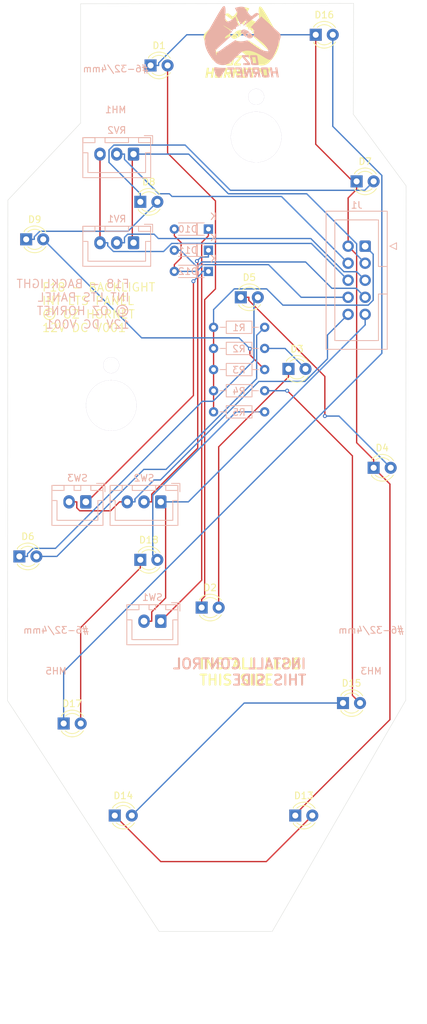
<source format=kicad_pcb>
(kicad_pcb (version 20240108) (generator "pcbnew") (generator_version "8.0")
  (layers (0 "F.Cu" signal) (31 "B.Cu" signal) (34 "B.Paste" user) (35 "F.Paste" user) (36 "B.SilkS" user "B.Silkscreen") (37 "F.SilkS" user "F.Silkscreen") (38 "B.Mask" user) (39 "F.Mask" user) (44 "Edge.Cuts" user))
  (net 0 "")
  (net 1 "/BACKLIGHT_GND")
  (net 2 "Net-(D1-A)")
  (net 3 "Net-(D2-A)")
  (net 4 "Net-(D3-A)")
  (net 5 "Net-(D4-A)")
  (net 6 "Net-(D5-A)")
  (net 7 "Net-(D6-A)")
  (net 8 "Net-(D7-A)")
  (net 9 "Net-(D8-A)")
  (net 10 "Net-(D9-A)")
  (net 11 "/ROW1")
  (net 12 "/COL1")
  (net 13 "/BACKLIGHT_12V")
  (net 14 "/ANALOG_5V")
  (net 15 "/FORMATION_DIMMER")
  (net 16 "/POSITION_DIMMER")
  (net 17 "/ROW2")
  (net 18 "/ANALOG_GND")
  (net 19 "/COL2")
  (net 20 "Net-(D10-K)")
  (net 21 "Net-(D11-K)")
  (net 22 "Net-(D12-K)")
  (net 23 "Net-(D13-A)")
  (net 24 "Net-(D14-A)")
  (net 25 "Net-(D15-A)")
  (net 26 "Net-(D16-A)")
  (net 27 "Net-(D17-A)")
  (net 28 "Net-(D18-A)")
  (footprint "OH_Footprints:100SPX_Toggle_13mm_x_18mm" (layer "F.Cu") (at 129.794 106.807 180)
    (property "Reference" "MH9" (hide yes))
    (property "Value" "Switch_100SPx" (hide yes))
  )
  (footprint "LED_THT:LED_D3.0mm_FlatTop" (layer "F.Cu") (at 137.409 132.08)
    (property "Reference" "D15")
    (property "Value" "LED")
  )
  (footprint "LED_THT:LED_D3.0mm_FlatTop" (layer "F.Cu") (at 107.188 110.744)
    (property "Reference" "D18")
    (property "Value" "LED")
  )
  (footprint "LED_THT:LED_D3.0mm_FlatTop" (layer "F.Cu") (at 141.981 97.028)
    (property "Reference" "D4")
    (property "Value" "LED")
  )
  (footprint "OH_Footprints:SxAL_Toggle_13x13mm" (layer "F.Cu") (at 118.11 148.082 180)
    (property "Reference" "MH10" (hide yes))
    (property "Value" "Switch_NKK SxAL" (hide yes))
  )
  (footprint "LED_THT:LED_D3.0mm_FlatTop" (layer "F.Cu") (at 103.373 148.844)
    (property "Reference" "D14")
    (property "Value" "LED")
  )
  (footprint "LED_THT:LED_D3.0mm_FlatTop" (layer "F.Cu") (at 108.712 37.084)
    (property "Reference" "D1")
    (property "Value" "LED")
  )
  (footprint "LED_THT:LED_D3.0mm_FlatTop" (layer "F.Cu") (at 116.332 117.856)
    (property "Reference" "D2")
    (property "Value" "LED")
  )
  (footprint "LED_THT:LED_D3.0mm_FlatTop" (layer "F.Cu") (at 122.169 71.628)
    (property "Reference" "D5")
    (property "Value" "LED")
  )
  (footprint "LED_THT:LED_D3.0mm_FlatTop" (layer "F.Cu") (at 139.441 54.356)
    (property "Reference" "D7")
    (property "Value" "LED")
  )
  (footprint "LED_THT:LED_D3.0mm_FlatTop" (layer "F.Cu") (at 107.188 57.404)
    (property "Reference" "D8")
    (property "Value" "LED")
  )
  (footprint "OH_Footprints:BR10K_Pot_11mm_x_11mm" (layer "F.Cu") (at 124.46 47.752 180)
    (property "Reference" "MH4" (hide yes))
    (property "Value" "Pot_B10K" (hide yes))
  )
  (footprint "LED_THT:LED_D3.0mm_FlatTop" (layer "F.Cu") (at 130.297 148.844)
    (property "Reference" "D13")
    (property "Value" "LED")
  )
  (footprint "LED_THT:LED_D3.0mm_FlatTop" (layer "F.Cu") (at 129.281 82.296)
    (property "Reference" "D3")
    (property "Value" "LED")
  )
  (footprint "LED_THT:LED_D3.0mm_FlatTop" (layer "F.Cu") (at 95.753 135.128)
    (property "Reference" "D17")
    (property "Value" "LED")
  )
  (footprint "OH_Footprints:BR10K_Pot_11mm_x_11mm" (layer "F.Cu") (at 102.8458 87.7443 180)
    (property "Reference" "MH2" (hide yes))
    (property "Value" "Pot_B10K" (hide yes))
  )
  (footprint "LED_THT:LED_D3.0mm_FlatTop" (layer "F.Cu") (at 133.345 32.512)
    (property "Reference" "D16")
    (property "Value" "LED")
  )
  (footprint "LED_THT:LED_D3.0mm_FlatTop" (layer "F.Cu") (at 90.165 62.992)
    (property "Reference" "D9")
    (property "Value" "LED")
  )
  (footprint "LED_THT:LED_D3.0mm_FlatTop" (layer "F.Cu") (at 89.149 110.236)
    (property "Reference" "D6")
    (property "Value" "LED")
  )
  (footprint "Connector_JST:JST_XH_B2B-XH-A_1x02_P2.50mm_Vertical" (layer "B.Cu") (at 110.236 119.888 180)
    (property "Reference" "SW1")
    (property "Value" "INT_WNG_TANK_SW")
  )
  (footprint "OH_Footprints:MountingHole_6-32_PHS" (layer "B.Cu") (at 103.505 40.64 180)
    (property "Reference" "MH1")
    (property "Value" "6x32 / 4mm" (hide yes))
  )
  (footprint "Resistor_THT:R_Axial_DIN0204_L3.6mm_D1.6mm_P7.62mm_Horizontal" (layer "B.Cu") (at 125.73 76.098 180)
    (property "Reference" "R1")
    (property "Value" "R")
  )
  (footprint "Connector_JST:JST_XH_B3B-XH-A_1x03_P2.50mm_Vertical" (layer "B.Cu") (at 110.236 102.108 180)
    (property "Reference" "SW2")
    (property "Value" "STROBE_SW")
  )
  (footprint "Resistor_THT:R_Axial_DIN0204_L3.6mm_D1.6mm_P7.62mm_Horizontal" (layer "B.Cu") (at 125.73 85.548 180)
    (property "Reference" "R4")
    (property "Value" "R")
  )
  (footprint "Resistor_THT:R_Axial_DIN0204_L3.6mm_D1.6mm_P7.62mm_Horizontal" (layer "B.Cu") (at 125.73 82.398 180)
    (property "Reference" "R3")
    (property "Value" "R")
  )
  (footprint "Connector_JST:JST_XH_B3B-XH-A_1x03_P2.50mm_Vertical" (layer "B.Cu") (at 106.172 50.292 180)
    (property "Reference" "RV2")
    (property "Value" "FORMATION_DIMMER")
  )
  (footprint "Library:D_A-405_P7.62mm_Horizontal-SIGNAL" (layer "B.Cu") (at 118.0805 64.656 180)
    (property "Reference" "D11")
    (property "Value" "D")
  )
  (footprint "OH_Footprints:MountingHole_6-32_PHS" (layer "B.Cu") (at 141.605 124.2695 180)
    (property "Reference" "MH3")
    (property "Value" "6x32 / 4mm" (hide yes))
  )
  (footprint "Library:D_A-405_P7.62mm_Horizontal-SIGNAL" (layer "B.Cu") (at 118.0805 61.506 180)
    (property "Reference" "D10")
    (property "Value" "D")
  )
  (footprint "OH_Footprints:MountingHole_6-32_PHS" (layer "B.Cu") (at 94.615 124.2695 180)
    (property "Reference" "MH5")
    (property "Value" "6x32 / 4mm" (hide yes))
  )
  (footprint "Resistor_THT:R_Axial_DIN0204_L3.6mm_D1.6mm_P7.62mm_Horizontal" (layer "B.Cu") (at 125.73 79.248 180)
    (property "Reference" "R2")
    (property "Value" "R")
  )
  (footprint "Connector_IDC:IDC-Header_2x05_P2.54mm_Vertical" (layer "B.Cu") (at 140.716 64.008 180)
    (property "Reference" "J1")
    (property "Value" "Conn_02x05_Top_Bottom")
  )
  (footprint "Connector_JST:JST_XH_B2B-XH-A_1x02_P2.50mm_Vertical" (layer "B.Cu") (at 99.06 102.108 180)
    (property "Reference" "SW3")
    (property "Value" "GEN_TIE_SW")
  )
  (footprint "Resistor_THT:R_Axial_DIN0204_L3.6mm_D1.6mm_P7.62mm_Horizontal" (layer "B.Cu") (at 125.73 88.698 180)
    (property "Reference" "R5")
    (property "Value" "R")
  )
  (footprint "Library:D_A-405_P7.62mm_Horizontal-SIGNAL" (layer "B.Cu") (at 118.0805 67.806 180)
    (property "Reference" "D12")
    (property "Value" "D")
  )
  (footprint "Connector_JST:JST_XH_B3B-XH-A_1x03_P2.50mm_Vertical" (layer "B.Cu") (at 106.172 63.5 180)
    (property "Reference" "RV1")
    (property "Value" "POSITION_DIMMER")
  )
  (gr_poly (pts (xy 118.341483 37.345552) (xy 118.326953 37.346844) (xy 118.313135 37.348841) (xy 118.300027 37.351552) (xy 118.287628 37.354986) (xy 118.275933 37.359152) (xy 118.264941 37.364058) (xy 118.254649 37.369714) (xy 118.245055 37.376128) (xy 118.236156 37.38331) (xy 118.22795 37.391268) (xy 118.220435 37.400011) (xy 118.213607 37.409548) (xy 118.207465 37.419889) (xy 118.202006 37.431041) (xy 118.197227 37.443014) (xy 118.193126 37.455817) (xy 118.189701 37.469459) (xy 118.186949 37.483949) (xy 118.184868 37.499294) (xy 118.183454 37.515506) (xy 118.182706 37.532592) (xy 118.182622 37.550561) (xy 118.183198 37.569422) (xy 118.184433 37.589184) (xy 118.192587 37.673837) (xy 118.203866 37.757318) (xy 118.218286 37.839595) (xy 118.235865 37.920637) (xy 118.256621 38.000412) (xy 118.280571 38.078889) (xy 118.307732 38.156037) (xy 118.338123 38.231824) (xy 118.371759 38.306219) (xy 118.408659 38.37919) (xy 118.448841 38.450706) (xy 118.492321 38.520736) (xy 118.539117 38.589248) (xy 118.589247 38.656212) (xy 118.642727 38.721594) (xy 118.699576 38.785365) (xy 118.712969 38.799381) (xy 118.726217 38.812461) (xy 118.739329 38.824606) (xy 118.752314 38.83582) (xy 118.765184 38.846104) (xy 118.777946 38.855462) (xy 118.790612 38.863896) (xy 118.803189 38.871408) (xy 118.815689 38.878001) (xy 118.828121 38.883678) (xy 118.840494 38.888441) (xy 118.852818 38.892293) (xy 118.865102 38.895236) (xy 118.877357 38.897273) (xy 118.889592 38.898407) (xy 118.901817 38.898639) (xy 118.91404 38.897974) (xy 118.926273 38.896412) (xy 118.938524 38.893957) (xy 118.950803 38.890611) (xy 118.96312 38.886378) (xy 118.975485 38.881258) (xy 118.987906 38.875256) (xy 119.000395 38.868374) (xy 119.012959 38.860613) (xy 119.02561 38.851977) (xy 119.038356 38.842469) (xy 119.051208 38.83209) (xy 119.064174 38.820844) (xy 119.077265 38.808733) (xy 119.103859 38.781925) (xy 119.170549 38.708745) (xy 119.235863 38.632411) (xy 119.29963 38.553572) (xy 119.361675 38.472876) (xy 119.421828 38.39097) (xy 119.479916 38.308503) (xy 119.589205 38.144478) (xy 119.688162 37.985984) (xy 119.775409 37.838206) (xy 119.849565 37.706328) (xy 119.909251 37.595533) (xy 119.912422 37.588972) (xy 119.915094 37.582348) (xy 119.91728 37.57568) (xy 119.91899 37.568983) (xy 119.920233 37.562278) (xy 119.921022 37.55558) (xy 119.921366 37.548909) (xy 119.921277 37.542282) (xy 119.920765 37.535716) (xy 119.919841 37.52923) (xy 119.918516 37.52284) (xy 119.9168 37.516566) (xy 119.914703 37.510425) (xy 119.912238 37.504434) (xy 119.909414 37.498611) (xy 119.906242 37.492974) (xy 119.902732 37.487542) (xy 119.898897 37.48233) (xy 119.894745 37.477359) (xy 119.890289 37.472644) (xy 119.885538 37.468205) (xy 119.880503 37.464058) (xy 119.875196 37.460222) (xy 119.869626 37.456714) (xy 119.863804 37.453552) (xy 119.857742 37.450754) (xy 119.85145 37.448338) (xy 119.844938 37.446321) (xy 119.838218 37.444722) (xy 119.8313 37.443557) (xy 119.824194 37.442846) (xy 119.816912 37.442604) (xy 119.526329 37.440186) (xy 119.350861 37.436023) (xy 119.165673 37.429012) (xy 118.978563 37.41849) (xy 118.797328 37.403798) (xy 118.629766 37.384275) (xy 118.55355 37.372495) (xy 118.483677 37.359261) (xy 118.483676 37.359526) (xy 118.443768 37.352105) (xy 118.40678 37.347256) (xy 118.389374 37.345817) (xy 118.372691 37.345047) (xy 118.356729 37.344956)) (stroke (width -0.000001)) (fill solid) (layer "B.SilkS"))
  (gr_poly (pts (xy 121.38007 37.677819) (xy 122.026712 37.677819) (xy 122.073543 37.970977) (xy 121.554695 37.970977) (xy 121.601791 38.271279) (xy 122.120903 38.271279) (xy 122.167735 38.566554) (xy 121.521357 38.566554) (xy 121.568453 38.866856) (xy 122.525451 38.866856) (xy 122.290236 37.377516) (xy 121.332974 37.377516)) (stroke (width -0.000001)) (fill solid) (layer "B.SilkS"))
  (gr_poly (pts (xy 122.990324 31.839258) (xy 122.980799 31.839569) (xy 122.971274 31.839755) (xy 122.952224 31.840052) (xy 122.937075 31.840645) (xy 122.921996 31.841543) (xy 122.906993 31.842766) (xy 122.892072 31.844335) (xy 122.877242 31.84627) (xy 122.862508 31.848591) (xy 122.847878 31.851319) (xy 122.83336 31.854472) (xy 122.818959 31.858072) (xy 122.804682 31.862139) (xy 122.790538 31.866692) (xy 122.776532 31.871753) (xy 122.762672 31.87734) (xy 122.748965 31.883475) (xy 122.735417 31.890177) (xy 122.722036 31.897467) (xy 122.704877 31.907819) (xy 122.688412 31.918818) (xy 122.672618 31.930439) (xy 122.657478 31.942661) (xy 122.64297 31.955459) (xy 122.629075 31.968811) (xy 122.615771 31.982693) (xy 122.60304 31.997082) (xy 122.59086 32.011955) (xy 122.579213 32.027288) (xy 122.568077 32.043059) (xy 122.557432 32.059243) (xy 122.547259 32.075818) (xy 122.537537 32.09276) (xy 122.528246 32.110047) (xy 122.519365 32.127654) (xy 122.511473 32.144786) (xy 122.504501 32.161941) (xy 122.498432 32.179104) (xy 122.493246 32.196259) (xy 122.488924 32.213391) (xy 122.485449 32.230483) (xy 122.482802 32.247521) (xy 122.480964 32.264489) (xy 122.479915 32.281372) (xy 122.479639 32.298153) (xy 122.480115 32.314817) (xy 122.481326 32.331349) (xy 122.483252 32.347733) (xy 122.485876 32.363954) (xy 122.489177 32.379995) (xy 122.493139 32.395842) (xy 122.497741 32.41148) (xy 122.502966 32.426891) (xy 122.508794 32.442062) (xy 122.515208 32.456975) (xy 122.522188 32.471617) (xy 122.529716 32.48597) (xy 122.537773 32.50002) (xy 122.54634 32.513752) (xy 122.564932 32.540195) (xy 122.585342 32.565176) (xy 122.607421 32.588571) (xy 122.63102 32.610254) (xy 122.631285 32.610519) (xy 122.655344 32.630711) (xy 122.679784 32.650427) (xy 122.72971 32.688538) (xy 122.780875 32.725061) (xy 122.833096 32.760207) (xy 122.886184 32.794187) (xy 122.939954 32.827213) (xy 122.994221 32.859494) (xy 123.048797 32.891242) (xy 123.056933 32.89576) (xy 123.065069 32.900204) (xy 123.081341 32.908969) (xy 123.081013 32.907368) (xy 123.080627 32.905837) (xy 123.080186 32.904371) (xy 123.079695 32.902966) (xy 123.079158 32.901617) (xy 123.078578 32.900318) (xy 123.07796 32.899066) (xy 123.077306 32.897856) (xy 123.076621 32.896684) (xy 123.07591 32.895543) (xy 123.075175 32.894431) (xy 123.07442 32.893342) (xy 123.072869 32.891215) (xy 123.071286 32.889125) (xy 123.062958 32.878439) (xy 123.054953 32.86761) (xy 123.04729 32.85663) (xy 123.039987 32.845494) (xy 123.033064 32.834192) (xy 123.02654 32.82272) (xy 123.020434 32.811069) (xy 123.014765 32.799233) (xy 123.009551 32.787205) (xy 123.004813 32.774977) (xy 123.000568 32.762543) (xy 122.996835 32.749896) (xy 122.993635 32.737029) (xy 122.990985 32.723935) (xy 122.988905 32.710607) (xy 122.987414 32.697038) (xy 122.98583 32.670572) (xy 122.98573 32.644654) (xy 122.987099 32.619289) (xy 122.989919 32.594479) (xy 122.994175 32.570226) (xy 122.99985 32.546535) (xy 123.006928 32.523409) (xy 123.015393 32.500849) (xy 123.025229 32.47886) (xy 123.036418 32.457445) (xy 123.048946 32.436607) (xy 123.062795 32.416348) (xy 123.077949 32.396672) (xy 123.094393 32.377582) (xy 123.112109 32.359082) (xy 123.131082 32.341173) (xy 123.152362 32.322909) (xy 123.174133 32.305925) (xy 123.196397 32.290229) (xy 123.219155 32.275829) (xy 123.24241 32.262736) (xy 123.266162 32.250956) (xy 123.290414 32.240498) (xy 123.315166 32.231371) (xy 123.340421 32.223584) (xy 123.366179 32.217145) (xy 123.392443 32.212062) (xy 123.419214 32.208344) (xy 123.446493 32.206) (xy 123.474282 32.205038) (xy 123.502583 32.205466) (xy 123.531397 32.207294) (xy 123.530102 32.205605) (xy 123.528974 32.204098) (xy 123.527097 32.201572) (xy 123.526286 32.200522) (xy 123.525899 32.200043) (xy 123.525518 32.199592) (xy 123.525141 32.199168) (xy 123.524763 32.198768) (xy 123.52438 32.19839) (xy 123.523989 32.198033) (xy 123.474178 32.153204) (xy 123.423703 32.109274) (xy 123.372472 32.066349) (xy 123.320392 32.024533) (xy 123.267368 31.983933) (xy 123.21331 31.944653) (xy 123.158122 31.9068) (xy 123.101714 31.870479) (xy 123.095108 31.866489) (xy 123.088484 31.862757) (xy 123.081836 31.859285) (xy 123.075156 31.856076) (xy 123.068439 31.853134) (xy 123.061679 31.850462) (xy 123.054869 31.848063) (xy 123.048003 31.845939) (xy 123.041075 31.844095) (xy 123.034079 31.842533) (xy 123.027009 31.841256) (xy 123.019858 31.840267) (xy 123.01262 31.83957) (xy 123.005289 31.839168) (xy 122.997859 31.839063)) (stroke (width -0.000001)) (fill solid) (layer "B.SilkS"))
  (gr_poly (pts (xy 120.20532 37.677819) (xy 120.571768 37.677819) (xy 120.759887 38.866856) (xy 121.070771 38.866856) (xy 120.882653 37.677819) (xy 121.248836 37.677819) (xy 121.201741 37.377516) (xy 120.158224 37.377516)) (stroke (width -0.000001)) (fill solid) (layer "B.SilkS"))
  (gr_poly (pts (xy 123.733078 35.549111) (xy 123.71945 35.549683) (xy 123.705947 35.550577) (xy 123.692615 35.551847) (xy 123.679498 35.553545) (xy 123.666644 35.555725) (xy 123.654097 35.55844) (xy 123.641904 35.561745) (xy 123.63011 35.565693) (xy 123.618761 35.570336) (xy 123.607903 35.575729) (xy 123.597581 35.581925) (xy 123.587841 35.588978) (xy 123.578729 35.59694) (xy 123.574423 35.60128) (xy 123.57029 35.605867) (xy 123.564092 35.61373) (xy 123.558492 35.622056) (xy 123.553487 35.630867) (xy 123.549074 35.640184) (xy 123.545251 35.65003) (xy 123.542013 35.660426) (xy 123.539358 35.671396) (xy 123.537284 35.68296) (xy 123.535785 35.695141) (xy 123.534861 35.707962) (xy 123.534507 35.721443) (xy 123.53472 35.735608) (xy 123.535498 35.750478) (xy 123.536837 35.766076) (xy 123.538734 35.782423) (xy 123.541186 35.799542) (xy 123.699936 36.798609) (xy 123.703077 36.816893) (xy 123.706598 36.834258) (xy 123.710496 36.850724) (xy 123.714772 36.866315) (xy 123.719423 36.881053) (xy 123.72445 36.894959) (xy 123.729851 36.908056) (xy 123.735626 36.920367) (xy 123.741773 36.931913) (xy 123.748291 36.942718) (xy 123.75518 36.952802) (xy 123.762439 36.96219) (xy 123.770067 36.970902) (xy 123.778062 36.978961) (xy 123.786424 36.98639) (xy 123.795153 36.99321) (xy 123.804246 36.999444) (xy 123.813704 37.005115) (xy 123.823525 37.010244) (xy 123.833708 37.014854) (xy 123.844253 37.018967) (xy 123.855158 37.022606) (xy 123.866423 37.025792) (xy 123.878046 37.028549) (xy 123.902365 37.03286) (xy 123.928107 37.035719) (xy 123.955266 37.037304) (xy 123.983834 37.037792) (xy 124.587084 37.037792) (xy 124.61474 37.037398) (xy 124.628479 37.036823) (xy 124.642096 37.035924) (xy 124.655544 37.034647) (xy 124.668776 37.032937) (xy 124.681746 37.03074) (xy 124.694405 37.028003) (xy 124.706708 37.02467) (xy 124.718608 37.020688) (xy 124.730057 37.016001) (xy 124.741009 37.010557) (xy 124.751417 37.0043) (xy 124.761234 36.997177) (xy 124.770413 36.989133) (xy 124.774748 36.984748) (xy 124.778907 36.980113) (xy 124.785065 36.972322) (xy 124.790641 36.964022) (xy 124.795637 36.955199) (xy 124.800053 36.945841) (xy 124.803891 36.935934) (xy 124.807152 36.925465) (xy 124.809837 36.914421) (xy 124.811947 36.902788) (xy 124.813484 36.890554) (xy 124.814448 36.877706) (xy 124.81484 36.864229) (xy 124.814663 36.850111) (xy 124.813917 36.83534) (xy 124.812603 36.8199) (xy 124.810722 36.803781) (xy 124.808276 36.786967) (xy 124.80033 36.736961) (xy 124.488924 36.736961) (xy 124.471461 36.736961) (xy 124.471461 36.73749) (xy 124.028814 36.73749) (xy 124.022472 36.737477) (xy 124.015188 36.73739) (xy 124.011487 36.737296) (xy 124.007903 36.737155) (xy 124.004556 36.736958) (xy 124.001561 36.736695) (xy 124.001152 36.735043) (xy 124.000714 36.733049) (xy 124.000245 36.730696) (xy 123.999743 36.727964) (xy 123.999203 36.724836) (xy 123.998622 36.721292) (xy 123.997998 36.717314) (xy 123.997328 36.712883) (xy 123.862126 35.864364) (xy 123.861101 35.855567) (xy 123.860675 35.851937) (xy 123.860274 35.848754) (xy 124.318532 35.848754) (xy 124.325146 35.848771) (xy 124.332952 35.848887) (xy 124.336867 35.849013) (xy 124.340558 35.849201) (xy 124.343853 35.849463) (xy 124.345297 35.849626) (xy 124.346577 35.849813) (xy 124.347022 35.851099) (xy 124.347557 35.85281) (xy 124.348173 35.854998) (xy 124.348859 35.857717) (xy 124.349227 35.859291) (xy 124.349608 35.861018) (xy 124.350003 35.862904) (xy 124.35041 35.864956) (xy 124.350827 35.867179) (xy 124.351255 35.869582) (xy 124.351691 35.872169) (xy 124.352134 35.874948) (xy 124.487336 36.72188) (xy 124.487882 36.726506) (xy 124.488328 36.730512) (xy 124.488676 36.733972) (xy 124.488924 36.736961) (xy 124.80033 36.736961) (xy 124.649526 35.7879) (xy 124.646382 35.769615) (xy 124.642855 35.752251) (xy 124.638945 35.735784) (xy 124.634654 35.720194) (xy 124.629982 35.705456) (xy 124.624931 35.69155) (xy 124.619502 35.678453) (xy 124.613695 35.666142) (xy 124.607513 35.654596) (xy 124.600954 35.643792) (xy 124.594022 35.633707) (xy 124.586716 35.62432) (xy 124.579038 35.615608) (xy 124.570988 35.607548) (xy 124.562569 35.60012) (xy 124.55378 35.593299) (xy 124.544623 35.587065) (xy 124.535099 35.581394) (xy 124.525208 35.576265) (xy 124.514953 35.571655) (xy 124.504333 35.567542) (xy 124.49335 35.563903) (xy 124.482005 35.560717) (xy 124.4703 35.557961) (xy 124.445809 35.553649) (xy 124.419886 35.55079) (xy 124.392538 35.549206) (xy 124.363776 35.548717) (xy 123.760526 35.548717)) (stroke (width -0.000001)) (fill solid) (layer "B.SilkS"))
  (gr_poly (pts (xy 125.365293 37.377912) (xy 125.351665 37.378484) (xy 125.338162 37.379378) (xy 125.324829 37.380648) (xy 125.311713 37.382346) (xy 125.298859 37.384526) (xy 125.286312 37.387242) (xy 125.274119 37.390546) (xy 125.262325 37.394494) (xy 125.250976 37.399137) (xy 125.240117 37.40453) (xy 125.229795 37.410727) (xy 125.220056 37.417779) (xy 125.210944 37.425742) (xy 125.206637 37.430081) (xy 125.202505 37.434668) (xy 125.202505 37.434667) (xy 125.196307 37.442531) (xy 125.190707 37.450857) (xy 125.185702 37.459668) (xy 125.181289 37.468985) (xy 125.177466 37.47883) (xy 125.174228 37.489227) (xy 125.171574 37.500196) (xy 125.169499 37.51176) (xy 125.168001 37.523942) (xy 125.167076 37.536762) (xy 125.166722 37.550244) (xy 125.166936 37.564408) (xy 125.167713 37.579279) (xy 125.169052 37.594876) (xy 125.170949 37.611224) (xy 125.173401 37.628343) (xy 125.332151 38.62741) (xy 125.335293 38.645694) (xy 125.338813 38.663059) (xy 125.342712 38.679525) (xy 125.346987 38.695116) (xy 125.351639 38.709853) (xy 125.356665 38.723759) (xy 125.362067 38.736857) (xy 125.367841 38.749167) (xy 125.373988 38.760714) (xy 125.380507 38.771518) (xy 125.387396 38.781603) (xy 125.394654 38.79099) (xy 125.402282 38.799702) (xy 125.410277 38.807761) (xy 125.41864 38.81519) (xy 125.427368 38.82201) (xy 125.436462 38.828245) (xy 125.445919 38.833915) (xy 125.45574 38.839044) (xy 125.465923 38.843654) (xy 125.476468 38.847768) (xy 125.487373 38.851406) (xy 125.498638 38.854592) (xy 125.510261 38.857349) (xy 125.53458 38.86166) (xy 125.560323 38.864519) (xy 125.587481 38.866104) (xy 125.616049 38.866593) (xy 126.219299 38.866593) (xy 126.246956 38.866198) (xy 126.260695 38.865623) (xy 126.274312 38.864724) (xy 126.28776 38.863447) (xy 126.300992 38.861737) (xy 126.313961 38.859541) (xy 126.326621 38.856803) (xy 126.338924 38.85347) (xy 126.350823 38.849488) (xy 126.362273 38.844801) (xy 126.373225 38.839357) (xy 126.383632 38.8331) (xy 126.393449 38.825977) (xy 126.402628 38.817933) (xy 126.406963 38.813549) (xy 126.411122 38.808914) (xy 126.41728 38.801123) (xy 126.422856 38.792823) (xy 126.427852 38.784) (xy 126.432268 38.774642) (xy 126.436106 38.764735) (xy 126.439367 38.754266) (xy 126.442052 38.743222) (xy 126.444162 38.73159) (xy 126.445698 38.719356) (xy 126.446662 38.706507) (xy 126.447055 38.69303) (xy 126.446878 38.678913) (xy 126.446132 38.664141) (xy 126.444818 38.648702) (xy 126.442937 38.632582) (xy 126.440491 38.615769) (xy 126.432587 38.566027) (xy 126.121403 38.566027) (xy 125.661293 38.566027) (xy 125.654951 38.566014) (xy 125.647667 38.565927) (xy 125.643965 38.565833) (xy 125.640382 38.565692) (xy 125.637035 38.565495) (xy 125.63404 38.565233) (xy 125.633631 38.56358) (xy 125.633193 38.561587) (xy 125.632724 38.559233) (xy 125.632222 38.556502) (xy 125.631682 38.553373) (xy 125.631101 38.549829) (xy 125.630477 38.545851) (xy 125.629807 38.54142) (xy 125.494605 37.692902) (xy 125.49358 37.684104) (xy 125.493154 37.680475) (xy 125.492753 37.677291) (xy 125.508363 37.677291) (xy 125.508364 37.677819) (xy 125.951012 37.677819) (xy 125.957626 37.677836) (xy 125.965431 37.677952) (xy 125.969346 37.678078) (xy 125.973038 37.678266) (xy 125.976333 37.678529) (xy 125.977777 37.678692) (xy 125.979058 37.678878) (xy 125.979502 37.680164) (xy 125.980037 37.681875) (xy 125.980653 37.684064) (xy 125.981339 37.686782) (xy 125.981707 37.688357) (xy 125.982088 37.690084) (xy 125.982483 37.69197) (xy 125.98289 37.694022) (xy 125.983307 37.696245) (xy 125.983735 37.698647) (xy 125.98417 37.701235) (xy 125.984614 37.704014) (xy 126.119816 38.550946) (xy 126.120361 38.555571) (xy 126.120808 38.559577) (xy 126.121155 38.563037) (xy 126.121403 38.566027) (xy 126.432587 38.566027) (xy 126.281741 37.616702) (xy 126.278597 37.598417) (xy 126.27507 37.581052) (xy 126.27116 37.564586) (xy 126.266869 37.548995) (xy 126.262197 37.534258) (xy 126.257146 37.520352) (xy 126.251717 37.507254) (xy 126.24591 37.494944) (xy 126.239727 37.483397) (xy 126.233169 37.472593) (xy 126.226237 37.462508) (xy 126.218931 37.453121) (xy 126.211253 37.444409) (xy 126.203203 37.436349) (xy 126.194784 37.428921) (xy 126.185995 37.4221) (xy 126.176838 37.415866) (xy 126.167313 37.410195) (xy 126.157423 37.405066) (xy 126.147168 37.400456) (xy 126.136548 37.396343) (xy 126.125565 37.392704) (xy 126.11422 37.389518) (xy 126.102514 37.386762) (xy 126.078024 37.38245) (xy 126.052101 37.379591) (xy 126.024754 37.378007) (xy 125.995991 37.377518) (xy 125.392741 37.377518)) (stroke (width -0.000001)) (fill solid) (layer "B.SilkS"))
  (gr_poly (pts (xy 123.000907 38.254346) (xy 122.861472 37.377516) (xy 122.550586 37.377516) (xy 122.785801 38.866856) (xy 123.126849 38.866856) (xy 123.415774 38.001934) (xy 123.551505 38.866856) (xy 123.862391 38.866856) (xy 123.627176 37.377516) (xy 123.291949 37.377516)) (stroke (width -0.000001)) (fill solid) (layer "B.SilkS"))
  (gr_poly (pts (xy 119.632181 28.25123) (xy 119.587647 28.270229) (xy 119.538591 28.301105) (xy 119.484816 28.344552) (xy 119.426123 28.401264) (xy 119.11775 28.865753) (xy 118.823464 29.339546) (xy 118.539391 29.820093) (xy 118.261658 30.304841) (xy 117.709725 31.276735) (xy 117.427779 31.758776) (xy 117.136683 32.234811) (xy 117.137211 32.233755) (xy 117.068201 32.354752) (xy 117.006945 32.476259) (xy 116.953329 32.598296) (xy 116.907239 32.720881) (xy 116.868558 32.844036) (xy 116.837174 32.967779) (xy 116.81297 33.092131) (xy 116.795833 33.217111) (xy 116.785647 33.34274) (xy 116.782298 33.469036) (xy 116.78567 33.596019) (xy 116.795651 33.72371) (xy 116.812124 33.852128) (xy 116.834975 33.981293) (xy 116.864089 34.111224) (xy 116.899351 34.241942) (xy 116.953354 34.414784) (xy 117.012693 34.582325) (xy 117.077257 34.744939) (xy 117.146931 34.902999) (xy 117.221601 35.056877) (xy 117.301154 35.206948) (xy 117.385477 35.353583) (xy 117.474456 35.497158) (xy 117.567977 35.638044) (xy 117.665927 35.776615) (xy 117.768192 35.913245) (xy 117.874659 36.048306) (xy 117.985214 36.182171) (xy 118.099743 36.315215) (xy 118.218134 36.44781) (xy 118.340271 36.580329) (xy 118.42572 36.66338) (xy 118.518676 36.738245) (xy 118.61843 36.80484) (xy 118.724272 36.863078) (xy 118.835495 36.912873) (xy 118.951387 36.954139) (xy 119.071241 36.98679) (xy 119.194346 37.01074) (xy 119.319994 37.025903) (xy 119.447475 37.032193) (xy 119.57608 37.029524) (xy 119.705099 37.017809) (xy 119.833825 36.996964) (xy 119.961546 36.966901) (xy 120.087554 36.927535) (xy 120.21114 36.878779) (xy 120.24752 36.862468) (xy 120.283795 36.845392) (xy 120.319914 36.827557) (xy 120.355821 36.808975) (xy 120.391464 36.789653) (xy 120.426787 36.7696) (xy 120.461737 36.748826) (xy 120.496261 36.727338) (xy 120.530304 36.705147) (xy 120.563813 36.682262) (xy 120.596733 36.65869) (xy 120.629011 36.634441) (xy 120.660593 36.609524) (xy 120.691426 36.583947) (xy 120.721454 36.55772) (xy 120.750624 36.530852) (xy 120.902682 36.386718) (xy 121.051939 36.247529) (xy 121.344846 35.976385) (xy 121.489889 35.840629) (xy 121.634924 35.702215) (xy 121.780647 35.559243) (xy 121.927756 35.409813) (xy 122.016266 35.318274) (xy 122.107696 35.236416) (xy 122.201863 35.16391) (xy 122.298583 35.100425) (xy 122.397675 35.045632) (xy 122.498954 34.9992) (xy 122.602239 34.960799) (xy 122.707346 34.930099) (xy 122.814094 34.906769) (xy 122.922298 34.890481) (xy 123.031777 34.880903) (xy 123.142347 34.877706) (xy 123.253825 34.880559) (xy 123.36603 34.889132) (xy 123.478778 34.903096) (xy 123.591886 34.92212) (xy 123.818451 34.974027) (xy 124.044265 35.042213) (xy 124.267863 35.124036) (xy 124.487785 35.216857) (xy 124.702568 35.318034) (xy 124.910749 35.424926) (xy 125.110867 35.534893) (xy 125.301458 35.645292) (xy 125.831517 35.96977) (xy 125.966846 36.045937) (xy 126.035548 36.081731) (xy 126.105092 36.115626) (xy 126.17559 36.147339) (xy 126.247152 36.17659) (xy 126.319893 36.203098) (xy 126.393922 36.226581) (xy 126.436507 36.237318) (xy 126.456878 36.241685) (xy 126.47666 36.245371) (xy 126.495874 36.248367) (xy 126.51454 36.250663) (xy 126.532678 36.252252) (xy 126.550307 36.253122) (xy 126.567449 36.253266) (xy 126.584121 36.252673) (xy 126.600345 36.251334) (xy 126.616141 36.24924) (xy 126.631528 36.246382) (xy 126.646527 36.242751) (xy 126.661157 36.238336) (xy 126.675439 36.23313) (xy 126.689392 36.227121) (xy 126.703036 36.220302) (xy 126.716391 36.212663) (xy 126.729478 36.204195) (xy 126.742316 36.194888) (xy 126.754925 36.184733) (xy 126.767325 36.17372) (xy 126.779536 36.161841) (xy 126.791578 36.149086) (xy 126.803471 36.135446) (xy 126.815235 36.120911) (xy 126.82689 36.105472) (xy 126.838456 36.08912) (xy 126.849952 36.071846) (xy 126.8614 36.05364) (xy 126.872818 36.034494) (xy 126.915518 35.960117) (xy 126.957443 35.885219) (xy 126.998513 35.8098) (xy 127.038646 35.733861) (xy 127.077762 35.6574) (xy 127.11578 35.580419) (xy 127.15262 35.502917) (xy 127.188201 35.424893) (xy 127.318327 35.126244) (xy 127.442995 34.825608) (xy 127.562206 34.522981) (xy 127.675961 34.21836) (xy 127.784258 33.911743) (xy 127.887098 33.603125) (xy 127.984481 33.292505) (xy 128.076408 32.979878) (xy 128.092517 32.916288) (xy 128.098892 32.885121) (xy 128.104152 32.854362) (xy 128.108301 32.824005) (xy 128.111342 32.794042) (xy 128.113279 32.764465) (xy 128.114115 32.735267) (xy 128.113854 32.706441) (xy 128.112499 32.677979) (xy 128.110054 32.649874) (xy 128.106522 32.622119) (xy 128.101907 32.594705) (xy 128.096213 32.567627) (xy 128.089443 32.540875) (xy 128.0816 32.514443) (xy 128.072688 32.488324) (xy 128.062711 32.46251) (xy 128.051672 32.436993) (xy 128.039575 32.411766) (xy 128.026423 32.386822) (xy 128.01222 32.362153) (xy 127.996969 32.337753) (xy 127.980674 32.313612) (xy 127.944965 32.266084) (xy 127.905122 32.219508) (xy 127.861174 32.173826) (xy 127.813147 32.128979) (xy 126.512456 30.962166) (xy 125.867294 30.373104) (xy 125.547463 30.075597) (xy 125.23002 29.77551) (xy 125.159674 29.847906) (xy 125.089527 29.920501) (xy 125.056445 29.955133) (xy 125.023513 29.989988) (xy 124.990779 30.02509) (xy 124.958293 30.060466) (xy 124.955505 30.063401) (xy 124.952689 30.066152) (xy 124.949839 30.068711) (xy 124.946945 30.071074) (xy 124.944 30.073236) (xy 124.940997 30.075191) (xy 124.937925 30.076933) (xy 124.934778 30.078458) (xy 124.931548 30.079759) (xy 124.928225 30.080832) (xy 124.924803 30.08167) (xy 124.921272 30.082269) (xy 124.917625 30.082623) (xy 124.913854 30.082727) (xy 124.90995 30.082575) (xy 124.905906 30.082162) (xy 124.901368 30.081636) (xy 124.896974 30.081352) (xy 124.892715 30.081315) (xy 124.88858 30.081534) (xy 124.884557 30.082012) (xy 124.880638 30.082757) (xy 124.87681 30.083775) (xy 124.873064 30.085072) (xy 124.86939 30.086655) (xy 124.865777 30.088528) (xy 124.862213 30.0907) (xy 124.85869 30.093175) (xy 124.855196 30.095961) (xy 124.851722 30.099062) (xy 124.848255 30.102486) (xy 124.844787 30.106239) (xy 124.817858 30.136449) (xy 124.790684 30.166395) (xy 124.735812 30.225732) (xy 124.625447 30.343835) (xy 124.533273 30.443881) (xy 124.441297 30.544124) (xy 124.252649 30.749177) (xy 124.065854 30.952377) (xy 123.825877 31.212991) (xy 123.745642 31.301362) (xy 123.66501 31.390526) (xy 123.671926 31.402248) (xy 123.675426 31.407856) (xy 123.679012 31.41326) (xy 123.682727 31.418433) (xy 123.686613 31.423348) (xy 123.690714 31.427978) (xy 123.695073 31.432297) (xy 123.699733 31.436279) (xy 123.702189 31.438134) (xy 123.704736 31.439895) (xy 123.70738 31.441559) (xy 123.710126 31.443121) (xy 123.71298 31.444578) (xy 123.715946 31.445928) (xy 123.719031 31.447166) (xy 123.722239 31.44829) (xy 123.725576 31.449296) (xy 123.729048 31.45018) (xy 123.732659 31.45094) (xy 123.736415 31.451572) (xy 123.740322 31.452073) (xy 123.744385 31.452439) (xy 123.749695 31.453023) (xy 123.755008 31.453963) (xy 123.760318 31.455231) (xy 123.765622 31.456796) (xy 123.770915 31.458632) (xy 123.776192 31.460708) (xy 123.781451 31.462997) (xy 123.786685 31.46547) (xy 123.791892 31.468097) (xy 123.797067 31.470851) (xy 123.807302 31.476624) (xy 123.8272 31.488422) (xy 123.847045 31.500961) (xy 123.865834 31.514341) (xy 123.883614 31.528523) (xy 123.900431 31.543468) (xy 123.916334 31.559137) (xy 123.93137 31.575491) (xy 123.945586 31.592491) (xy 123.959028 31.610098) (xy 123.971745 31.628271) (xy 123.983784 31.646973) (xy 123.995192 31.666164) (xy 124.006017 31.685806) (xy 124.016305 31.705858) (xy 124.026103 31.726281) (xy 124.03546 31.747037) (xy 124.044423 31.768087) (xy 124.056941 31.800228) (xy 124.068173 31.832728) (xy 124.078221 31.865551) (xy 124.087186 31.898659) (xy 124.095172 31.932015) (xy 124.10228 31.965582) (xy 124.108613 31.999323) (xy 124.114273 32.0332) (xy 124.117055 32.052395) (xy 124.119316 32.071672) (xy 124.121156 32.09101) (xy 124.122673 32.110392) (xy 124.127502 32.187981) (xy 124.129308 32.216399) (xy 124.130842 32.244867) (xy 124.131359 32.259103) (xy 124.131632 32.273334) (xy 124.1316 32.287552) (xy 124.131206 32.301752) (xy 124.129033 32.343885) (xy 124.126071 32.385906) (xy 124.122006 32.427753) (xy 124.116522 32.469365) (xy 124.113148 32.490064) (xy 124.1093 32.51068) (xy 124.10494 32.531206) (xy 124.100026 32.551634) (xy 124.094521 32.571957) (xy 124.088384 32.592167) (xy 124.081575 32.612256) (xy 124.074056 32.632217) (xy 124.071988 32.637048) (xy 124.069765 32.641845) (xy 124.067405 32.646648) (xy 124.064928 32.651498) (xy 124.059694 32.661498) (xy 124.056975 32.666729) (xy 124.054212 32.672168) (xy 124.110998 32.712186) (xy 124.168777 32.752602) (xy 124.396649 32.911451) (xy 124.624125 33.070895) (xy 124.781419 33.182946) (xy 124.859571 33.239741) (xy 124.937127 33.297378) (xy 125.001945 33.346806) (xy 125.066144 33.397126) (xy 125.129599 33.448439) (xy 125.161008 33.474499) (xy 125.192185 33.500843) (xy 125.268327 33.566716) (xy 125.343725 33.633532) (xy 125.493281 33.768602) (xy 125.529814 33.802356) (xy 125.547914 33.819421) (xy 125.565876 33.836632) (xy 125.583676 33.854004) (xy 125.601293 33.871553) (xy 125.618705 33.889294) (xy 125.635891 33.907243) (xy 125.691479 33.96678) (xy 125.746028 34.027195) (xy 125.799393 34.088595) (xy 125.851427 34.15109) (xy 125.901986 34.214788) (xy 125.950923 34.279797) (xy 125.998093 34.346227) (xy 126.043349 34.414185) (xy 126.079797 34.472633) (xy 126.114464 34.531924) (xy 126.147259 34.592109) (xy 126.178088 34.653236) (xy 126.206859 34.715355) (xy 126.233477 34.778516) (xy 126.257851 34.842769) (xy 126.279887 34.908162) (xy 126.282486 34.916615) (xy 126.284955 34.925133) (xy 126.289676 34.942525) (xy 126.299466 34.979864) (xy 126.255347 34.980228) (xy 126.234502 34.980199) (xy 126.224232 34.979991) (xy 126.214005 34.9796) (xy 126.190197 34.978211) (xy 126.166414 34.976425) (xy 126.14268 34.974242) (xy 126.11902 34.971662) (xy 126.007829 34.959491) (xy 125.952333 34.952761) (xy 125.924653 34.949018) (xy 125.897035 34.94494) (xy 125.839487 34.935313) (xy 125.78233 34.924133) (xy 125.725557 34.911458) (xy 125.669162 34.897348) (xy 125.61314 34.881861) (xy 125.557483 34.865056) (xy 125.502186 34.846993) (xy 125.447243 34.827729) (xy 125.373404 34.800266) (xy 125.33665 34.785997) (xy 125.300036 34.77134) (xy 125.263583 34.756274) (xy 125.227312 34.740777) (xy 125.191247 34.724827) (xy 125.155408 34.708403) (xy 125.070005 34.667941) (xy 125.027481 34.647192) (xy 124.985149 34.626017) (xy 124.943064 34.604359) (xy 124.901284 34.582159) (xy 124.859863 34.559356) (xy 124.818858 34.535894) (xy 124.769121 34.50652) (xy 124.719714 34.476573) (xy 124.670616 34.446099) (xy 124.621809 34.415145) (xy 124.524997 34.351979) (xy 124.429127 34.28745) (xy 124.381215 34.254305) (xy 124.33367 34.22063) (xy 124.239354 34.152149) (xy 124.051566 34.013871) (xy 123.721101 33.773365) (xy 123.416301 33.550321) (xy 123.283778 33.453285) (xy 123.151454 33.355852) (xy 123.149183 33.354275) (xy 123.146932 33.352911) (xy 123.144695 33.351749) (xy 123.142466 33.350779) (xy 123.140241 33.349991) (xy 123.138013 33.349373) (xy 123.135777 33.348916) (xy 123.133528 33.348609) (xy 123.131261 33.348441) (xy 123.128969 33.348403) (xy 123.126648 33.348483) (xy 123.124293 33.348671) (xy 123.121896 33.348957) (xy 123.119455 33.34933) (xy 123.116962 33.34978) (xy 123.114412 33.350296) (xy 122.811828 33.41201) (xy 122.509045 33.472533) (xy 122.49223 33.475691) (xy 122.475332 33.478453) (xy 122.458365 33.480867) (xy 122.441345 33.482984) (xy 122.424288 33.484853) (xy 122.40721 33.486523) (xy 122.37305 33.489466) (xy 122.308752 33.494448) (xy 122.244429 33.498958) (xy 122.180057 33.502823) (xy 122.11561 33.50587) (xy 122.096946 33.506331) (xy 122.078263 33.506379) (xy 122.059567 33.506098) (xy 122.040865 33.505573) (xy 121.966121 33.502695) (xy 121.913865 33.50124) (xy 121.900771 33.500737) (xy 121.887688 33.500091) (xy 121.874631 33.499259) (xy 121.86161 33.498197) (xy 121.81932 33.493988) (xy 121.777233 33.488883) (xy 121.735432 33.482556) (xy 121.714664 33.478833) (xy 121.693997 33.474683) (xy 121.673442 33.470064) (xy 121.653008 33.464936) (xy 121.632707 33.459259) (xy 121.612547 33.452991) (xy 121.592539 33.446092) (xy 121.572693 33.438522) (xy 121.553019 33.43024) (xy 121.533527 33.421204) (xy 121.531695 33.420286) (xy 121.529871 33.419321) (xy 121.528059 33.41831) (xy 121.526259 33.417256) (xy 121.524475 33.416159) (xy 121.522709 33.415023) (xy 121.520963 33.413848) (xy 121.519239 33.412638) (xy 121.517541 33.411393) (xy 121.515869 33.410116) (xy 121.514227 33.40881) (xy 121.512617 33.407474) (xy 121.51104 33.406113) (xy 121.509501 33.404727) (xy 121.508 33.403318) (xy 121.50654 33.401889) (xy 121.480201 33.375997) (xy 121.453987 33.349932) (xy 121.427921 33.323717) (xy 121.402029 33.297379) (xy 121.400517 33.295855) (xy 121.399048 33.294463) (xy 121.397611 33.293213) (xy 121.396192 33.292112) (xy 121.394779 33.291169) (xy 121.394071 33.29076) (xy 121.39336 33.290393) (xy 121.392644 33.29007) (xy 121.391922 33.289792) (xy 121.391193 33.28956) (xy 121.390454 33.289375) (xy 121.389704 33.289238) (xy 121.388942 33.28915) (xy 121.388166 33.289113) (xy 121.387374 33.289126) (xy 121.386565 33.289192) (xy 121.385738 33.289311) (xy 121.38489 33.289485) (xy 121.384021 33.289714) (xy 121.383129 33.29) (xy 121.382212 33.290344) (xy 121.381268 33.290746) (xy 121.380296 33.291208) (xy 121.379296 33.291731) (xy 121.378264 33.292315) (xy 121.377199 33.292963) (xy 121.376101 33.293675) (xy 120.961763 33.566196) (xy 120.472812 33.88687) (xy 120.112185 34.123672) (xy 119.736213 34.36947) (xy 119.682304 34.405057) (xy 119.65525 34.422676) (xy 119.641655 34.431334) (xy 119.627998 34.439849) (xy 119.624767 34.441898) (xy 119.621733 34.443983) (xy 119.618912 34.446117) (xy 119.616323 34.448312) (xy 119.613982 34.45058) (xy 119.612909 34.451745) (xy 119.611906 34.452932) (xy 119.610972 34.454144) (xy 119.610112 34.455382) (xy 119.609326 34.456647) (xy 119.608617 34.45794) (xy 119.607987 34.459264) (xy 119.607438 34.46062) (xy 119.606973 34.462009) (xy 119.606593 34.463432) (xy 119.606301 34.464892) (xy 119.606098 34.466389) (xy 119.605988 34.467926) (xy 119.605971 34.469503) (xy 119.60605 34.471123) (xy 119.606228 34.472787) (xy 119.606506 34.474495) (xy 119.606887 34.476251) (xy 119.607372 34.478055) (xy 119.607964 34.479908) (xy 119.608665 34.481813) (xy 119.609477 34.48377) (xy 119.610058 34.485163) (xy 119.610561 34.486516) (xy 119.610988 34.48783) (xy 119.61134 34.489105) (xy 119.611618 34.490345) (xy 119.611825 34.491549) (xy 119.611961 34.492719) (xy 119.612028 34.493857) (xy 119.612027 34.494965) (xy 119.611959 34.496042) (xy 119.611827 34.497091) (xy 119.61163 34.498113) (xy 119.611372 34.49911) (xy 119.611053 34.500083) (xy 119.610674 34.501032) (xy 119.610238 34.50196) (xy 119.609745 34.502868) (xy 119.609196 34.503757) (xy 119.608594 34.504629) (xy 119.60794 34.505485) (xy 119.607234 34.506325) (xy 119.606479 34.507153) (xy 119.605676 34.507968) (xy 119.604826 34.508773) (xy 119.602992 34.510356) (xy 119.600987 34.511913) (xy 119.598823 34.513454) (xy 119.596512 34.514991) (xy 119.062848 34.865035) (xy 118.722858 35.088607) (xy 118.68871 35.111556) (xy 118.654661 35.134678) (xy 118.63755 35.146079) (xy 118.620315 35.157254) (xy 118.602906 35.168113) (xy 118.585274 35.178565) (xy 118.583081 35.179865) (xy 118.581013 35.181186) (xy 118.579067 35.182527) (xy 118.57724 35.183889) (xy 118.575529 35.185273) (xy 118.57393 35.186678) (xy 118.572441 35.188105) (xy 118.571057 35.189554) (xy 118.569776 35.191026) (xy 118.568595 35.19252) (xy 118.56751 35.194038) (xy 118.566517 35.195579) (xy 118.565615 35.197143) (xy 118.564799 35.198732) (xy 118.564066 35.200344) (xy 118.563413 35.201982) (xy 118.562335 35.205331) (xy 118.561537 35.208781) (xy 118.560994 35.212336) (xy 118.560681 35.215996) (xy 118.56057 35.219765) (xy 118.560637 35.223645) (xy 118.560854 35.227638) (xy 118.561197 35.231747) (xy 118.562168 35.241371) (xy 118.563256 35.250995) (xy 118.565563 35.270244) (xy 118.56667 35.279868) (xy 118.567671 35.289493) (xy 118.568511 35.299117) (xy 118.569134 35.308741) (xy 118.571015 35.341765) (xy 118.572673 35.374887) (xy 118.573225 35.391454) (xy 118.573488 35.408009) (xy 118.573385 35.42454) (xy 118.572839 35.441033) (xy 118.572564 35.445856) (xy 118.57214 35.450699) (xy 118.571574 35.455556) (xy 118.570871 35.460422) (xy 118.570038 35.46529) (xy 118.569081 35.470157) (xy 118.568006 35.475015) (xy 118.56682 35.47986) (xy 118.565528 35.484687) (xy 118.564137 35.48949) (xy 118.561082 35.499002) (xy 118.557704 35.508352) (xy 118.554054 35.517498) (xy 118.552815 35.520311) (xy 118.55153 35.522948) (xy 118.550202 35.525408) (xy 118.548833 35.527691) (xy 118.547425 35.529797) (xy 118.545982 35.531726) (xy 118.544504 35.533477) (xy 118.542995 35.535051) (xy 118.541457 35.536448) (xy 118.539892 35.537667) (xy 118.538303 35.538708) (xy 118.536692 35.539571) (xy 118.535061 35.540256) (xy 118.533414 35.540764) (xy 118.531751 35.541093) (xy 118.530076 35.541244) (xy 118.528391 35.541217) (xy 118.526698 35.541012) (xy 118.525 35.540628) (xy 118.523298 35.540065) (xy 118.521597 35.539324) (xy 118.519897 35.538404) (xy 118.518201 35.537305) (xy 118.516512 35.536027) (xy 118.514831 35.53457) (xy 118.513162 35.532934) (xy 118.511507 35.531119) (xy 118.509868 35.529124) (xy 118.508247 35.52695) (xy 118.506647 35.524596) (xy 118.50507 35.522063) (xy 118.503518 35.51935) (xy 118.501137 35.514898) (xy 118.498852 35.510378) (xy 118.496663 35.505794) (xy 118.494567 35.501151) (xy 118.490649 35.491714) (xy 118.48708 35.482109) (xy 118.483847 35.472381) (xy 118.480933 35.462572) (xy 118.478323 35.452725) (xy 118.476001 35.442885) (xy 118.473922 35.432408) (xy 118.472214 35.421826) (xy 118.470829 35.411157) (xy 118.469717 35.40042) (xy 118.468828 35.389633) (xy 118.468113 35.378815) (xy 118.467006 35.35716) (xy 118.458274 35.147875) (xy 118.452619 35.030003) (xy 118.446368 34.912131) (xy 118.443614 34.867722) (xy 118.440613 34.823363) (xy 118.434462 34.734595) (xy 118.434415 34.73294) (xy 118.434472 34.731302) (xy 118.43463 34.729681) (xy 118.434888 34.728079) (xy 118.435245 34.726499) (xy 118.435698 34.724943) (xy 118.436245 34.723412) (xy 118.436884 34.721908) (xy 118.437615 34.720433) (xy 118.438434 34.718989) (xy 118.43934 34.717577) (xy 118.440331 34.716201) (xy 118.441406 34.714861) (xy 118.442562 34.71356) (xy 118.443798 34.712299) (xy 118.445111 34.71108) (xy 118.447964 34.708778) (xy 118.451107 34.706667) (xy 118.454523 34.704763) (xy 118.4582 34.703081) (xy 118.462121 34.701636) (xy 118.466272 34.700444) (xy 118.470639 34.699519) (xy 118.475207 34.698876) (xy 118.478051 34.69853) (xy 118.480987 34.698137) (xy 118.48396 34.697774) (xy 118.485444 34.697629) (xy 118.486915 34.69752) (xy 118.488368 34.697458) (xy 118.489796 34.697453) (xy 118.491191 34.697513) (xy 118.492546 34.697648) (xy 118.493855 34.697869) (xy 118.49511 34.698185) (xy 118.495716 34.698382) (xy 118.496305 34.698606) (xy 118.496877 34.698858) (xy 118.497432 34.69914) (xy 118.499709 34.700268) (xy 118.501925 34.701223) (xy 118.504083 34.702013) (xy 118.506186 34.702644) (xy 118.508234 34.703122) (xy 118.510231 34.703454) (xy 118.512178 34.703646) (xy 118.514077 34.703705) (xy 118.51593 34.703636) (xy 118.51774 34.703446) (xy 118.519508 34.703143) (xy 118.521236 34.702731) (xy 118.522927 34.702218) (xy 118.524582 34.701609) (xy 118.526204 34.700912) (xy 118.527794 34.700133) (xy 118.529355 34.699277) (xy 118.530888 34.698352) (xy 118.53388 34.696319) (xy 118.536787 34.694084) (xy 118.539626 34.691699) (xy 118.550614 34.681678) (xy 118.703543 34.541714) (xy 118.894043 34.371058) (xy 119.034272 34.243528) (xy 119.242499 34.055674) (xy 119.384051 33.926557) (xy 119.586193 33.744524) (xy 119.684883 33.654301) (xy 119.889935 33.469357) (xy 119.937692 33.425601) (xy 119.961521 33.403761) (xy 119.98545 33.382044) (xy 120.192089 33.195778) (xy 120.327555 33.073011) (xy 120.537635 32.883569) (xy 120.606129 32.821492) (xy 120.674424 32.759215) (xy 120.924985 32.531673) (xy 120.925026 32.531614) (xy 120.925049 32.531536) (xy 120.925057 32.531439) (xy 120.925051 32.531322) (xy 120.925033 32.531185) (xy 120.925004 32.531027) (xy 120.924919 32.530648) (xy 120.92481 32.530182) (xy 120.924688 32.529627) (xy 120.924566 32.528978) (xy 120.924509 32.528618) (xy 120.924456 32.528234) (xy 119.851571 33.080155) (xy 119.838342 33.050521) (xy 119.815191 32.99648) (xy 119.803814 32.969336) (xy 119.792833 32.942042) (xy 119.792424 32.940743) (xy 119.79209 32.939337) (xy 119.791832 32.937843) (xy 119.791651 32.936279) (xy 119.791547 32.934662) (xy 119.791521 32.93301) (xy 119.791575 32.931341) (xy 119.791709 32.929673) (xy 119.791923 32.928023) (xy 119.792218 32.92641) (xy 119.792596 32.924851) (xy 119.793056 32.923364) (xy 119.793601 32.921967) (xy 119.79423 32.920678) (xy 119.794576 32.92008) (xy 119.794944 32.919515) (xy 119.795333 32.918985) (xy 119.795744 32.918494) (xy 119.961637 32.726671) (xy 119.970667 32.716568) (xy 119.98007 32.706964) (xy 119.989812 32.697813) (xy 119.999857 32.689067) (xy 120.010171 32.680682) (xy 120.020717 32.67261) (xy 120.031462 32.664804) (xy 120.042368 32.657218) (xy 120.064528 32.642521) (xy 120.086913 32.628147) (xy 120.109243 32.613723) (xy 120.131235 32.598878) (xy 120.393305 32.417407) (xy 120.656169 32.236928) (xy 120.903554 32.066801) (xy 120.900647 32.064434) (xy 120.897861 32.062105) (xy 120.892541 32.057607) (xy 120.88995 32.055463) (xy 120.887369 32.053406) (xy 120.884769 32.051449) (xy 120.883453 32.050511) (xy 120.882122 32.049603) (xy 120.482602 31.779199) (xy 120.059533 31.492126) (xy 119.85382 31.351831) (xy 119.75079 31.281981) (xy 119.647313 31.212726) (xy 119.643858 31.210349) (xy 119.640535 31.207886) (xy 119.634255 31.202716) (xy 119.628419 31.197254) (xy 119.622971 31.191535) (xy 119.617859 31.185595) (xy 119.613027 31.179472) (xy 119.608421 31.173202) (xy 119.603988 31.166821) (xy 119.586889 31.140917) (xy 119.582502 31.134528) (xy 119.577961 31.128247) (xy 119.573213 31.12211) (xy 119.568203 31.116153) (xy 119.571907 31.111126) (xy 120.965468 31.928953) (xy 120.971032 31.902553) (xy 120.976249 31.876896) (xy 120.978929 31.864332) (xy 120.981764 31.851934) (xy 120.984835 31.839699) (xy 120.988221 31.827618) (xy 120.994717 31.808213) (xy 121.002282 31.789981) (xy 121.010895 31.772916) (xy 121.020534 31.757011) (xy 121.031178 31.742261) (xy 121.042804 31.728661) (xy 121.055392 31.716204) (xy 121.06892 31.704884) (xy 121.083365 31.694696) (xy 121.098706 31.685634) (xy 121.114922 31.677692) (xy 121.13199 31.670865) (xy 121.149889 31.665145) (xy 121.168597 31.660529) (xy 121.188093 31.657009) (xy 121.208355 31.65458) (xy 121.218455 31.653803) (xy 121.228514 31.653251) (xy 121.248531 31.652774) (xy 121.268435 31.653059) (xy 121.288259 31.654018) (xy 121.308034 31.65556) (xy 121.327789 31.657594) (xy 121.347558 31.660032) (xy 121.367369 31.662783) (xy 121.369232 31.662964) (xy 121.371141 31.663015) (xy 121.373089 31.662944) (xy 121.375067 31.662758) (xy 121.377067 31.662463) (xy 121.379081 31.662066) (xy 121.381098 31.661575) (xy 121.383112 31.660997) (xy 121.385114 31.660337) (xy 121.387095 31.659604) (xy 121.389046 31.658805) (xy 121.390959 31.657946) (xy 121.392826 31.657034) (xy 121.394637 31.656076) (xy 121.396386 31.655079) (xy 121.398062 31.654051) (xy 121.400454 31.652402) (xy 121.402776 31.65064) (xy 121.405039 31.648783) (xy 121.407252 31.64685) (xy 121.409426 31.644857) (xy 121.411572 31.642824) (xy 121.415822 31.638705) (xy 121.420083 31.634636) (xy 121.422245 31.632665) (xy 121.424441 31.63076) (xy 121.426682 31.628938) (xy 121.428979 31.627218) (xy 121.431341 31.625617) (xy 121.43378 31.624153) (xy 121.435482 31.623201) (xy 121.437068 31.622228) (xy 121.438541 31.621235) (xy 121.439905 31.620222) (xy 121.441163 31.619188) (xy 121.442319 31.618135) (xy 121.443375 31.617061) (xy 121.444335 31.615968) (xy 121.445202 31.614854) (xy 121.44598 31.61372) (xy 121.446672 31.612566) (xy 121.447282 31.611391) (xy 121.447812 31.610197) (xy 121.448266 31.608982) (xy 121.448648 31.607747) (xy 121.448961 31.606492) (xy 121.449207 31.605217) (xy 121.449391 31.603922) (xy 121.449585 31.601271) (xy 121.449569 31.598539) (xy 121.44937 31.595727) (xy 121.449014 31.592834) (xy 121.448528 31.589861) (xy 121.447274 31.583672) (xy 121.445244 31.574001) (xy 121.443526 31.564339) (xy 121.442126 31.554687) (xy 121.441052 31.545047) (xy 121.440311 31.535421) (xy 121.439911 31.52581) (xy 121.439859 31.516218) (xy 121.440163 31.506645) (xy 121.440829 31.497094) (xy 121.441866 31.487567) (xy 121.44328 31.478065) (xy 121.445078 31.468591) (xy 121.447269 31.459146) (xy 121.44986 31.449732) (xy 121.452858 31.440352) (xy 121.456269 31.431007) (xy 121.460503 31.420885) (xy 121.465157 31.411147) (xy 121.470219 31.40178) (xy 121.475675 31.392771) (xy 121.481513 31.384108) (xy 121.487719 31.375778) (xy 121.49428 31.367768) (xy 121.501183 31.360066) (xy 121.508414 31.352658) (xy 121.515961 31.345532) (xy 121.52381 31.338675) (xy 121.531949 31.332074) (xy 121.540363 31.325716) (xy 121.54904 31.319589) (xy 121.557967 31.31368) (xy 121.56713 31.307976) (xy 121.583514 31.298516) (xy 121.600116 31.289753) (xy 121.616922 31.281648) (xy 121.633921 31.274159) (xy 121.651099 31.267247) (xy 121.668445 31.260872) (xy 121.685946 31.254993) (xy 121.703589 31.249569) (xy 121.721363 31.244561) (xy 121.739254 31.239929) (xy 121.775341 31.231627) (xy 121.81175 31.224343) (xy 121.848382 31.217753) (xy 121.850963 31.217233) (xy 121.853554 31.21667) (xy 121.8588 31.215438) (xy 121.869814 31.212726) (xy 121.349114 29.811228) (xy 121.232535 29.929048) (xy 121.171563 29.98719) (xy 121.10893 30.044372) (xy 121.044731 30.100255) (xy 120.979062 30.154505) (xy 120.912018 30.206783) (xy 120.843694 30.256753) (xy 120.774185 30.304079) (xy 120.703587 30.348423) (xy 120.631996 30.389448) (xy 120.559506 30.426819) (xy 120.486213 30.460197) (xy 120.412213 30.489246) (xy 120.3376 30.51363) (xy 120.26247 30.533012) (xy 120.245 30.535382) (xy 120.227773 30.537135) (xy 120.210801 30.538271) (xy 120.194097 30.538788) (xy 120.177675 30.538688) (xy 120.161546 30.53797) (xy 120.145725 30.536633) (xy 120.130224 30.534678) (xy 120.115055 30.532103) (xy 120.100233 30.528909) (xy 120.085769 30.525096) (xy 120.071677 30.520663) (xy 120.057969 30.515611) (xy 120.04466 30.509938) (xy 120.03176 30.503644) (xy 120.019285 30.49673) (xy 120.007245 30.489196) (xy 119.995655 30.48104) (xy 119.984527 30.472262) (xy 119.973875 30.462863) (xy 119.963711 30.452842) (xy 119.954047 30.4422) (xy 119.944898 30.430934) (xy 119.936276 30.419046) (xy 119.928193 30.406536) (xy 119.920664 30.393402) (xy 119.9137 30.379645) (xy 119.907315 30.365264) (xy 119.901521 30.35026) (xy 119.896332 30.334631) (xy 119.891761 30.318378) (xy 119.88782 30.301501) (xy 119.874373 30.231155) (xy 119.863392 30.159961) (xy 119.854859 30.088142) (xy 119.848761 30.015916) (xy 119.845081 29.943505) (xy 119.843804 29.871127) (xy 119.844915 29.799004) (xy 119.848397 29.727355) (xy 119.878709 29.298102) (xy 119.891613 28.997) (xy 119.891952 28.844239) (xy 119.886101 28.697399) (xy 119.872473 28.562024) (xy 119.862247 28.50037) (xy 119.849483 28.443661) (xy 119.833981 28.392592) (xy 119.815545 28.347855) (xy 119.793974 28.310143) (xy 119.769072 28.280151) (xy 119.74064 28.25857) (xy 119.70848 28.246094) (xy 119.672393 28.243417)) (stroke (width -0.000001)) (fill solid) (layer "B.SilkS"))
  (gr_poly (pts (xy 124.078624 37.377647) (xy 124.064997 37.378219) (xy 124.051493 37.379114) (xy 124.038161 37.380383) (xy 124.025044 37.382081) (xy 124.01219 37.384261) (xy 123.999643 37.386977) (xy 123.98745 37.390282) (xy 123.975656 37.394229) (xy 123.964307 37.398873) (xy 123.953449 37.404266) (xy 123.943127 37.410462) (xy 123.933387 37.417515) (xy 123.924275 37.425477) (xy 123.919968 37.429817) (xy 123.915836 37.434403) (xy 123.916366 37.434667) (xy 123.910167 37.442531) (xy 123.904567 37.450857) (xy 123.899562 37.459668) (xy 123.89515 37.468985) (xy 123.891326 37.47883) (xy 123.888089 37.489227) (xy 123.885434 37.500196) (xy 123.883359 37.51176) (xy 123.881861 37.523942) (xy 123.880936 37.536762) (xy 123.880582 37.550244) (xy 123.880796 37.564408) (xy 123.881573 37.579279) (xy 123.882912 37.594876) (xy 123.884809 37.611224) (xy 123.887261 37.628343) (xy 123.959757 38.084749) (xy 123.962901 38.103034) (xy 123.966428 38.120398) (xy 123.970338 38.136865) (xy 123.974629 38.152455) (xy 123.979301 38.167193) (xy 123.984352 38.181099) (xy 123.989781 38.194196) (xy 123.995588 38.206507) (xy 124.001771 38.218053) (xy 124.008329 38.228858) (xy 124.015262 38.238942) (xy 124.022568 38.248329) (xy 124.030246 38.257042) (xy 124.038295 38.265101) (xy 124.046715 38.272529) (xy 124.055504 38.27935) (xy 124.064661 38.285584) (xy 124.074185 38.291255) (xy 124.084075 38.296384) (xy 124.094331 38.300994) (xy 124.10495 38.305107) (xy 124.115933 38.308746) (xy 124.127278 38.311932) (xy 124.138984 38.314688) (xy 124.163475 38.319) (xy 124.189398 38.321859) (xy 124.216745 38.323444) (xy 124.245507 38.323932) (xy 124.283872 38.323932) (xy 124.064532 38.866593) (xy 124.390234 38.866593) (xy 124.609574 38.323932) (xy 124.718582 38.323932) (xy 124.802719 38.866593) (xy 125.11387 38.866593) (xy 124.980781 38.023894) (xy 124.669634 38.023894) (xy 124.288634 38.023894) (xy 124.282292 38.023882) (xy 124.275008 38.023795) (xy 124.271307 38.0237) (xy 124.267724 38.023559) (xy 124.264376 38.023362) (xy 124.261382 38.023101) (xy 124.260973 38.021448) (xy 124.260535 38.019454) (xy 124.260066 38.017101) (xy 124.259563 38.014369) (xy 124.259023 38.011241) (xy 124.258443 38.007697) (xy 124.257819 38.003719) (xy 124.257149 37.999288) (xy 124.2082 37.69343) (xy 124.207175 37.684632) (xy 124.206749 37.681003) (xy 124.206348 37.677819) (xy 124.614865 37.677819) (xy 124.669634 38.023894) (xy 124.980781 38.023894) (xy 124.878655 37.377253) (xy 124.106072 37.377253)) (stroke (width -0.000001)) (fill solid) (layer "B.SilkS"))
  (gr_poly (pts (xy 122.390249 35.841081) (xy 123.155424 36.73749) (xy 122.534711 36.73749) (xy 122.581807 37.037792) (xy 123.595955 37.037792) (xy 123.550446 36.744898) (xy 122.776276 35.848754) (xy 123.408101 35.848754) (xy 123.361005 35.548451) (xy 122.344741 35.548451)) (stroke (width -0.000001)) (fill solid) (layer "B.SilkS"))
  (gr_poly (pts (xy 127.390345 37.970977) (xy 126.904041 37.970977) (xy 126.810114 37.377517) (xy 126.499228 37.377517) (xy 126.734443 38.866857) (xy 127.045328 38.866857) (xy 126.951401 38.271279) (xy 127.437705 38.271279) (xy 127.531632 38.866857) (xy 127.842518 38.866857) (xy 127.607303 37.377517) (xy 127.296418 37.377517)) (stroke (width -0.000001)) (fill solid) (layer "B.SilkS"))
  (gr_poly (pts (xy 123.503132 32.270005) (xy 123.484057 32.272915) (xy 123.445903 32.278632) (xy 123.42693 32.281793) (xy 123.408097 32.285391) (xy 123.389455 32.289603) (xy 123.380223 32.291995) (xy 123.371059 32.294606) (xy 123.37106 32.294606) (xy 123.347592 32.302475) (xy 123.324747 32.311754) (xy 123.302574 32.322383) (xy 123.281122 32.334303) (xy 123.26044 32.347455) (xy 123.240578 32.361778) (xy 123.221584 32.377213) (xy 123.203508 32.393701) (xy 123.186399 32.411182) (xy 123.170307 32.429596) (xy 123.15528 32.448884) (xy 123.141367 32.468986) (xy 123.128618 32.489843) (xy 123.117081 32.511395) (xy 123.106807 32.533582) (xy 123.097844 32.556345) (xy 123.090242 32.579625) (xy 123.084049 32.603361) (xy 123.079314 32.627494) (xy 123.076088 32.651964) (xy 123.074419 32.676713) (xy 123.074356 32.701679) (xy 123.075948 32.726805) (xy 123.079245 32.752029) (xy 123.084296 32.777294) (xy 123.091149 32.802538) (xy 123.099855 32.827702) (xy 123.110462 32.852727) (xy 123.12302 32.877553) (xy 123.137577 32.902121) (xy 123.154183 32.926371) (xy 123.172887 32.950244) (xy 123.174102 32.951678) (xy 123.175364 32.953103) (xy 123.176671 32.954513) (xy 123.178021 32.955903) (xy 123.179411 32.957271) (xy 123.18084 32.958611) (xy 123.182303 32.959919) (xy 123.183801 32.961191) (xy 123.185329 32.962422) (xy 123.186886 32.96361) (xy 123.188469 32.964748) (xy 123.190076 32.965833) (xy 123.191705 32.966861) (xy 123.193354 32.967828) (xy 123.195019 32.968728) (xy 123.196699 32.969558) (xy 123.229214 32.984838) (xy 123.261754 32.999919) (xy 123.294442 33.014504) (xy 123.310881 33.021518) (xy 123.327403 33.028296) (xy 123.339393 33.032947) (xy 123.35145 33.037275) (xy 123.363573 33.041281) (xy 123.37576 33.044965) (xy 123.388011 33.048326) (xy 123.400324 33.051364) (xy 123.412699 33.05408) (xy 123.425134 33.056474) (xy 123.437627 33.058545) (xy 123.450179 33.060294) (xy 123.462787 33.06172) (xy 123.47545 33.062824) (xy 123.488168 33.063605) (xy 123.500938 33.064064) (xy 123.513761 33.064201) (xy 123.526635 33.064015) (xy 123.5544 33.06255) (xy 123.581553 33.059674) (xy 123.608112 33.055436) (xy 123.634097 33.04988) (xy 123.659526 33.043055) (xy 123.68442 33.035007) (xy 123.708798 33.025783) (xy 123.732679 33.015431) (xy 123.756082 33.003996) (xy 123.779028 32.991526) (xy 123.801534 32.978067) (xy 123.823621 32.963667) (xy 123.845308 32.948373) (xy 123.866615 32.932231) (xy 123.88756 32.915289) (xy 123.908164 32.897592) (xy 123.917431 32.889151) (xy 123.926368 32.880489) (xy 123.934953 32.871598) (xy 123.943167 32.862468) (xy 123.950989 32.853091) (xy 123.958398 32.843456) (xy 123.965373 32.833554) (xy 123.971895 32.823376) (xy 123.977942 32.812913) (xy 123.983495 32.802156) (xy 123.988532 32.791095) (xy 123.993033 32.77972) (xy 123.996977 32.768023) (xy 124.000345 32.755994) (xy 124.003114 32.743624) (xy 124.005266 32.730904) (xy 124.005612 32.727818) (xy 124.00585 32.724809) (xy 124.005971 32.72187) (xy 124.005968 32.718998) (xy 124.005832 32.716188) (xy 124.005554 32.713436) (xy 124.005125 32.710736) (xy 124.004538 32.708084) (xy 124.003783 32.705476) (xy 124.002852 32.702906) (xy 124.001737 32.700371) (xy 124.000429 32.697865) (xy 123.998919 32.695383) (xy 123.997199 32.692922) (xy 123.99526 32.690477) (xy 123.993095 32.688042) (xy 123.827532 32.510242) (xy 123.745296 32.420895) (xy 123.663953 32.330854) (xy 123.656555 32.322882) (xy 123.649037 32.315444) (xy 123.641381 32.308556) (xy 123.633571 32.30223) (xy 123.625593 32.29648) (xy 123.61743 32.291322) (xy 123.609066 32.286768) (xy 123.600486 32.282832) (xy 123.591673 32.279529) (xy 123.582612 32.276873) (xy 123.573286 32.274877) (xy 123.56368 32.273555) (xy 123.553778 32.272922) (xy 123.543564 32.272991) (xy 123.533022 32.273776) (xy 123.522136 32.275292) (xy 123.522136 32.266825)) (stroke (width -0.000001)) (fill solid) (layer "B.SilkS"))
  (gr_poly (pts (xy 122.653679 31.721474) (xy 122.630657 31.723031) (xy 122.607817 31.725539) (xy 122.585152 31.728961) (xy 122.562658 31.73326) (xy 122.540328 31.738399) (xy 122.518157 31.744342) (xy 122.496139 31.751051) (xy 122.474267 31.75849) (xy 122.452536 31.766623) (xy 122.430941 31.775411) (xy 122.409475 31.784819) (xy 122.388132 31.794809) (xy 122.37553 31.801141) (xy 122.363229 31.807839) (xy 122.351239 31.814906) (xy 122.339569 31.82235) (xy 122.328229 31.830176) (xy 122.31723 31.838388) (xy 122.30658 31.846992) (xy 122.296289 31.855994) (xy 122.286367 31.865399) (xy 122.276824 31.875212) (xy 122.267669 31.88544) (xy 122.258913 31.896086) (xy 122.250564 31.907158) (xy 122.242632 31.91866) (xy 122.235127 31.930597) (xy 122.22806 31.942976) (xy 122.222296 31.954031) (xy 122.21701 31.965067) (xy 122.2122 31.976078) (xy 122.207863 31.987061) (xy 122.203999 31.998009) (xy 122.200605 32.008917) (xy 122.19768 32.019781) (xy 122.195222 32.030594) (xy 122.19323 32.041353) (xy 122.191702 32.052051) (xy 122.190635 32.062684) (xy 122.190029 32.073247) (xy 122.189882 32.083734) (xy 122.190192 32.09414) (xy 122.190957 32.104461) (xy 122.192175 32.11469) (xy 122.193846 32.124824) (xy 122.195967 32.134856) (xy 122.198536 32.144782) (xy 122.201552 32.154596) (xy 122.205013 32.164294) (xy 122.208918 32.173869) (xy 122.213264 32.183318) (xy 122.218051 32.192635) (xy 122.223276 32.201815) (xy 122.228937 32.210852) (xy 122.235034 32.219742) (xy 122.241563 32.228479) (xy 122.248525 32.237058) (xy 122.255916 32.245475) (xy 122.263735 32.253723) (xy 122.271981 32.261799) (xy 122.271981 32.261534) (xy 122.284466 32.273556) (xy 122.296756 32.285776) (xy 122.320961 32.310614) (xy 122.345018 32.33565) (xy 122.357122 32.348119) (xy 122.369347 32.360488) (xy 122.396322 32.387091) (xy 122.423818 32.413967) (xy 122.481266 32.470026) (xy 122.469792 32.438492) (xy 122.460368 32.407288) (xy 122.452984 32.376408) (xy 122.447631 32.345849) (xy 122.444299 32.315604) (xy 122.44298 32.285669) (xy 122.443663 32.256039) (xy 122.446341 32.226708) (xy 122.451002 32.197672) (xy 122.457639 32.168925) (xy 122.466242 32.140463) (xy 122.476801 32.11228) (xy 122.489307 32.084371) (xy 122.503751 32.056732) (xy 122.520124 32.029358) (xy 122.538416 32.002242) (xy 122.558606 31.975808) (xy 122.579861 31.951614) (xy 122.602141 31.929576) (xy 122.625406 31.909609) (xy 122.649616 31.891628) (xy 122.674733 31.875548) (xy 122.700716 31.861284) (xy 122.727526 31.848751) (xy 122.755124 31.837864) (xy 122.78347 31.82854) (xy 122.812525 31.820691) (xy 122.842248 31.814235) (xy 122.872601 31.809086) (xy 122.903544 31.805158) (xy 122.935037 31.802368) (xy 122.967041 31.80063) (xy 122.940513 31.787949) (xy 122.913868 31.775829) (xy 122.887036 31.76446) (xy 122.859951 31.75403) (xy 122.846291 31.749226) (xy 122.832542 31.744729) (xy 122.818696 31.740561) (xy 122.804744 31.736745) (xy 122.790676 31.733307) (xy 122.776486 31.730269) (xy 122.762164 31.727655) (xy 122.747701 31.725488) (xy 122.723894 31.722874) (xy 122.700292 31.721359) (xy 122.676889 31.720904)) (stroke (width -0.000001)) (fill solid) (layer "B.SilkS"))
  (gr_poly (pts (xy 122.113296 28.333133) (xy 122.001504 28.346929) (xy 121.88949 28.366136) (xy 121.778703 28.389407) (xy 121.67059 28.415393) (xy 121.293815 28.519532) (xy 121.434541 28.807729) (xy 121.503775 28.947859) (xy 121.574273 29.086005) (xy 121.591504 29.121562) (xy 121.605994 29.156886) (xy 121.61775 29.19196) (xy 121.626777 29.226767) (xy 121.633081 29.26129) (xy 121.63667 29.295513) (xy 121.637548 29.329418) (xy 121.635723 29.36299) (xy 121.6312 29.396212) (xy 121.623986 29.429066) (xy 121.614087 29.461537) (xy 121.601509 29.493608) (xy 121.586258 29.525261) (xy 121.568341 29.556481) (xy 121.547764 29.58725) (xy 121.524532 29.617552) (xy 121.506284 29.638483) (xy 121.487688 29.659588) (xy 121.449655 29.702219) (xy 121.468308 29.702583) (xy 121.477634 29.702703) (xy 121.486961 29.702748) (xy 121.487539 29.702767) (xy 121.488131 29.702824) (xy 121.488735 29.702917) (xy 121.48935 29.703044) (xy 121.489975 29.703204) (xy 121.490607 29.703397) (xy 121.491246 29.70362) (xy 121.491889 29.703873) (xy 121.493183 29.70446) (xy 121.494477 29.705148) (xy 121.495758 29.705926) (xy 121.497015 29.706783) (xy 121.498234 29.707708) (xy 121.499404 29.708691) (xy 121.500512 29.70972) (xy 121.501546 29.710785) (xy 121.502493 29.711875) (xy 121.50334 29.712978) (xy 121.504076 29.714085) (xy 121.504398 29.714636) (xy 121.504688 29.715184) (xy 121.746253 30.201223) (xy 121.889392 30.491471) (xy 122.047349 30.811882) (xy 122.094378 30.908322) (xy 122.141805 31.00635) (xy 122.154501 30.995581) (xy 122.166776 30.985283) (xy 122.172747 30.98021) (xy 122.178603 30.975134) (xy 122.184342 30.970014) (xy 122.189959 30.964811) (xy 122.218286 30.93789) (xy 122.246514 30.91077) (xy 122.302672 30.856332) (xy 122.39683 30.765679) (xy 122.420254 30.742915) (xy 122.443501 30.719968) (xy 122.466505 30.696767) (xy 122.489203 30.67324) (xy 122.506511 30.655676) (xy 122.524278 30.638766) (xy 122.542469 30.622457) (xy 122.561046 30.606697) (xy 122.579974 30.591434) (xy 122.599215 30.576614) (xy 122.638494 30.548092) (xy 122.678592 30.520712) (xy 122.719217 30.494051) (xy 122.800882 30.441201) (xy 122.803339 30.439596) (xy 122.805842 30.438048) (xy 122.810945 30.435078) (xy 122.821255 30.429328) (xy 122.826302 30.426367) (xy 122.828763 30.424826) (xy 122.831169 30.42323) (xy 122.833509 30.421567) (xy 122.835775 30.419826) (xy 122.837956 30.417996) (xy 122.840041 30.416065) (xy 122.842102 30.41415) (xy 122.844168 30.412371) (xy 122.84624 30.410725) (xy 122.848318 30.409209) (xy 122.850402 30.40782) (xy 122.852493 30.406554) (xy 122.854591 30.405407) (xy 122.856697 30.404378) (xy 122.858811 30.403462) (xy 122.860934 30.402657) (xy 122.863065 30.401958) (xy 122.865207 30.401364) (xy 122.867358 30.40087) (xy 122.869519 30.400473) (xy 122.873874 30.399959) (xy 122.878276 30.399795) (xy 122.882728 30.399955) (xy 122.887233 30.400414) (xy 122.891796 30.401145) (xy 122.896418 30.402123) (xy 122.901105 30.403321) (xy 122.905859 30.404714) (xy 122.910684 30.406276) (xy 122.925205 30.410922) (xy 122.939784 30.415367) (xy 122.969058 30.423837) (xy 123.02763 30.440407) (xy 123.028419 30.44067) (xy 123.029201 30.440964) (xy 123.029985 30.441289) (xy 123.030776 30.441643) (xy 123.032406 30.442439) (xy 123.034145 30.44335) (xy 123.03816 30.445504) (xy 123.04054 30.446741) (xy 123.04324 30.44808) (xy 122.518307 31.225161) (xy 122.522541 31.229924) (xy 122.604032 31.169599) (xy 123.102772 30.798124) (xy 123.530603 30.480359) (xy 124.026697 30.112853) (xy 124.404522 29.831865) (xy 124.872041 29.485526) (xy 124.871511 29.485525) (xy 124.887022 29.473884) (xy 124.89484 29.468038) (xy 124.902732 29.462242) (xy 124.867278 29.428078) (xy 124.831824 29.393715) (xy 124.800706 29.365364) (xy 124.7699 29.340158) (xy 124.739312 29.31812) (xy 124.70885 29.299275) (xy 124.693638 29.291058) (xy 124.678423 29.283649) (xy 124.663193 29.277051) (xy 124.647937 29.271267) (xy 124.632644 29.266299) (xy 124.617301 29.262152) (xy 124.601898 29.258828) (xy 124.586423 29.25633) (xy 124.570864 29.254662) (xy 124.555209 29.253826) (xy 124.539448 29.253826) (xy 124.523569 29.254664) (xy 124.507559 29.256344) (xy 124.491409 29.258869) (xy 124.475105 29.262243) (xy 124.458637 29.266467) (xy 124.441993 29.271545) (xy 124.425162 29.277481) (xy 124.408131 29.284277) (xy 124.39089 29.291937) (xy 124.355731 29.30986) (xy 124.31959 29.331273) (xy 124.274601 29.361084) (xy 124.232521 29.390772) (xy 124.156324 29.449093) (xy 124.089464 29.50487) (xy 124.030405 29.556731) (xy 123.97761 29.60331) (xy 123.929544 29.643236) (xy 123.906805 29.660276) (xy 123.884671 29.67514) (xy 123.862952 29.687657) (xy 123.841455 29.697655) (xy 123.819988 29.704963) (xy 123.79836 29.709411) (xy 123.776378 29.710826) (xy 123.75385 29.709038) (xy 123.730584 29.703876) (xy 123.706388 29.695169) (xy 123.681071 29.682745) (xy 123.65444 29.666434) (xy 123.626304 29.646064) (xy 123.596469 29.621465) (xy 123.564745 29.592464) (xy 123.530939 29.558891) (xy 123.49486 29.520576) (xy 123.456314 29.477346) (xy 123.371059 29.375459) (xy 123.230644 29.179328) (xy 123.093081 28.981163) (xy 122.958247 28.781114) (xy 122.826017 28.579327) (xy 122.79862 28.538208) (xy 122.768092 28.501306) (xy 122.734614 28.468453) (xy 122.698367 28.43948) (xy 122.659533 28.414218) (xy 122.618292 28.392501) (xy 122.574824 28.374157) (xy 122.529312 28.359021) (xy 122.481935 28.346921) (xy 122.432875 28.337692) (xy 122.382313 28.331163) (xy 122.330429 28.327166) (xy 122.22342 28.326096)) (stroke (width -0.000001)) (fill solid) (layer "B.SilkS"))
  (gr_poly (pts (xy 122.073942 31.777807) (xy 122.096964 31.779364) (xy 122.119804 31.781872) (xy 122.142469 31.785294) (xy 122.164963 31.789593) (xy 122.187293 31.794732) (xy 122.209464 31.800675) (xy 122.231482 31.807384) (xy 122.253354 31.814823) (xy 122.275085 31.822956) (xy 122.29668 31.831744) (xy 122.318146 31.841152) (xy 122.339489 31.851142) (xy 122.352091 31.857474) (xy 122.364392 31.864172) (xy 122.376382 31.871239) (xy 122.388052 31.878683) (xy 122.399392 31.886509) (xy 122.410391 31.894721) (xy 122.421041 31.903325) (xy 122.431332 31.912327) (xy 122.441254 31.921732) (xy 122.450797 31.931545) (xy 122.459952 31.941773) (xy 122.468708 31.952419) (xy 122.477057 31.963491) (xy 122.484989 31.974993) (xy 122.492494 31.98693) (xy 122.499561 31.999309) (xy 122.505325 32.010364) (xy 122.510611 32.0214) (xy 122.515421 32.032411) (xy 122.519758 32.043394) (xy 122.523622 32.054342) (xy 122.527016 32.06525) (xy 122.529941 32.076114) (xy 122.532399 32.086927) (xy 122.534391 32.097686) (xy 122.535919 32.108384) (xy 122.536986 32.119017) (xy 122.537592 32.12958) (xy 122.537739 32.140067) (xy 122.537429 32.150473) (xy 122.536664 32.160794) (xy 122.535446 32.171023) (xy 122.533775 32.181157) (xy 122.531654 32.191189) (xy 122.529085 32.201115) (xy 122.526069 32.210929) (xy 122.522608 32.220627) (xy 122.518703 32.230202) (xy 122.514357 32.239651) (xy 122.50957 32.248968) (xy 122.504345 32.258148) (xy 122.498684 32.267185) (xy 122.492587 32.276075) (xy 122.486058 32.284812) (xy 122.479096 32.293391) (xy 122.471705 32.301808) (xy 122.463886 32.310056) (xy 122.45564 32.318132) (xy 122.45564 32.317867) (xy 122.443155 32.329889) (xy 122.430865 32.342109) (xy 122.40666 32.366947) (xy 122.382603 32.391983) (xy 122.370499 32.404452) (xy 122.358274 32.416821) (xy 122.331299 32.443424) (xy 122.303803 32.4703) (xy 122.246355 32.526359) (xy 122.257829 32.494825) (xy 122.267253 32.463621) (xy 122.274637 32.432741) (xy 122.27999 32.402182) (xy 122.283322 32.371937) (xy 122.284641 32.342002) (xy 122.283958 32.312372) (xy 122.28128 32.283041) (xy 122.276619 32.254005) (xy 122.269982 32.225258) (xy 122.261379 32.196796) (xy 122.25082 32.168613) (xy 122.238314 32.140704) (xy 122.22387 32.113065) (xy 122.207497 32.085691) (xy 122.189205 32.058575) (xy 122.169015 32.032141) (xy 122.14776 32.007947) (xy 122.12548 31.985909) (xy 122.102215 31.965942) (xy 122.078005 31.947961) (xy 122.052888 31.931881) (xy 122.026905 31.917617) (xy 122.000095 31.905084) (xy 121.972497 31.894197) (xy 121.944151 31.884873) (xy 121.915096 31.877024) (xy 121.885373 31.870568) (xy 121.85502 31.865419) (xy 121.824077 31.861491) (xy 121.792584 31.858701) (xy 121.76058 31.856963) (xy 121.787108 31.844282) (xy 121.813753 31.832162) (xy 121.840585 31.820793) (xy 121.86767 31.810363) (xy 121.88133 31.805559) (xy 121.895079 31.801062) (xy 121.908925 31.796894) (xy 121.922877 31.793078) (xy 121.936945 31.78964) (xy 121.951135 31.786602) (xy 121.965457 31.783988) (xy 121.97992 31.781821) (xy 122.003727 31.779207) (xy 122.027329 31.777692) (xy 122.050732 31.777237)) (stroke (width -0.000001)) (fill solid) (layer "F.SilkS"))
  (gr_poly (pts (xy 121.726714 38.310679) (xy 121.866149 37.433849) (xy 122.177035 37.433849) (xy 121.94182 38.923189) (xy 121.600772 38.923189) (xy 121.311847 38.058267) (xy 121.176116 38.923189) (xy 120.86523 38.923189) (xy 121.100445 37.433849) (xy 121.435672 37.433849)) (stroke (width -0.000001)) (fill solid) (layer "F.SilkS"))
  (gr_poly (pts (xy 120.648997 37.43398) (xy 120.662624 37.434552) (xy 120.676128 37.435447) (xy 120.68946 37.436716) (xy 120.702577 37.438414) (xy 120.715431 37.440594) (xy 120.727978 37.44331) (xy 120.740171 37.446615) (xy 120.751965 37.450562) (xy 120.763314 37.455206) (xy 120.774172 37.460599) (xy 120.784494 37.466795) (xy 120.794234 37.473848) (xy 120.803346 37.48181) (xy 120.807653 37.48615) (xy 120.811785 37.490736) (xy 120.811255 37.491) (xy 120.817454 37.498864) (xy 120.823054 37.50719) (xy 120.828059 37.516001) (xy 120.832471 37.525318) (xy 120.836295 37.535163) (xy 120.839532 37.54556) (xy 120.842187 37.556529) (xy 120.844262 37.568093) (xy 120.84576 37.580275) (xy 120.846685 37.593095) (xy 120.847039 37.606577) (xy 120.846825 37.620741) (xy 120.846048 37.635612) (xy 120.844709 37.651209) (xy 120.842812 37.667557) (xy 120.84036 37.684676) (xy 120.767864 38.141082) (xy 120.76472 38.159367) (xy 120.761193 38.176731) (xy 120.757283 38.193198) (xy 120.752992 38.208788) (xy 120.74832 38.223526) (xy 120.743269 38.237432) (xy 120.73784 38.250529) (xy 120.732033 38.26284) (xy 120.72585 38.274386) (xy 120.719292 38.285191) (xy 120.712359 38.295275) (xy 120.705053 38.304662) (xy 120.697375 38.313375) (xy 120.689326 38.321434) (xy 120.680906 38.328862) (xy 120.672117 38.335683) (xy 120.66296 38.341917) (xy 120.653436 38.347588) (xy 120.643546 38.352717) (xy 120.63329 38.357327) (xy 120.622671 38.36144) (xy 120.611688 38.365079) (xy 120.600343 38.368265) (xy 120.588637 38.371021) (xy 120.564146 38.375333) (xy 120.538223 38.378192) (xy 120.510876 38.379777) (xy 120.482114 38.380265) (xy 120.443749 38.380265) (xy 120.663089 38.922926) (xy 120.337387 38.922926) (xy 120.118047 38.380265) (xy 120.009039 38.380265) (xy 119.924902 38.922926) (xy 119.613751 38.922926) (xy 119.74684 38.080227) (xy 120.057987 38.080227) (xy 120.438987 38.080227) (xy 120.445329 38.080215) (xy 120.452613 38.080128) (xy 120.456314 38.080033) (xy 120.459897 38.079892) (xy 120.463245 38.079695) (xy 120.466239 38.079434) (xy 120.466648 38.077781) (xy 120.467086 38.075787) (xy 120.467555 38.073434) (xy 120.468058 38.070702) (xy 120.468598 38.067574) (xy 120.469178 38.06403) (xy 120.469802 38.060052) (xy 120.470472 38.055621) (xy 120.519421 37.749763) (xy 120.520446 37.740965) (xy 120.520872 37.737336) (xy 120.521273 37.734152) (xy 120.112756 37.734152) (xy 120.057987 38.080227) (xy 119.74684 38.080227) (xy 119.848966 37.433586) (xy 120.621549 37.433586)) (stroke (width -0.000001)) (fill solid) (layer "F.SilkS"))
  (gr_poly (pts (xy 122.614325 28.389466) (xy 122.726117 28.403262) (xy 122.838131 28.422469) (xy 122.948918 28.44574) (xy 123.057031 28.471726) (xy 123.433806 28.575865) (xy 123.29308 28.864062) (xy 123.223846 29.004192) (xy 123.153348 29.142338) (xy 123.136117 29.177895) (xy 123.121627 29.213219) (xy 123.109871 29.248293) (xy 123.100844 29.2831) (xy 123.09454 29.317623) (xy 123.090951 29.351846) (xy 123.090073 29.385751) (xy 123.091898 29.419323) (xy 123.096421 29.452545) (xy 123.103635 29.485399) (xy 123.113534 29.51787) (xy 123.126112 29.549941) (xy 123.141363 29.581594) (xy 123.15928 29.612814) (xy 123.179857 29.643583) (xy 123.203089 29.673885) (xy 123.221337 29.694816) (xy 123.239933 29.715921) (xy 123.277966 29.758552) (xy 123.259313 29.758916) (xy 123.249987 29.759036) (xy 123.24066 29.759081) (xy 123.240082 29.7591) (xy 123.23949 29.759157) (xy 123.238886 29.75925) (xy 123.238271 29.759377) (xy 123.237646 29.759537) (xy 123.237014 29.75973) (xy 123.236375 29.759953) (xy 123.235732 29.760206) (xy 123.234438 29.760793) (xy 123.233144 29.761481) (xy 123.231863 29.762259) (xy 123.230606 29.763116) (xy 123.229387 29.764041) (xy 123.228217 29.765024) (xy 123.227109 29.766053) (xy 123.226075 29.767118) (xy 123.225128 29.768208) (xy 123.224281 29.769311) (xy 123.223545 29.770418) (xy 123.223223 29.770969) (xy 123.222933 29.771517) (xy 122.981368 30.257556) (xy 122.838229 30.547804) (xy 122.680272 30.868215) (xy 122.633243 30.964655) (xy 122.585816 31.062683) (xy 122.57312 31.051914) (xy 122.560845 31.041616) (xy 122.554874 31.036543) (xy 122.549018 31.031467) (xy 122.543279 31.026347) (xy 122.537662 31.021144) (xy 122.509335 30.994223) (xy 122.481107 30.967103) (xy 122.424949 30.912665) (xy 122.330791 30.822012) (xy 122.307367 30.799248) (xy 122.28412 30.776301) (xy 122.261116 30.7531) (xy 122.238418 30.729573) (xy 122.22111 30.712009) (xy 122.203343 30.695099) (xy 122.185152 30.67879) (xy 122.166575 30.66303) (xy 122.147647 30.647767) (xy 122.128406 30.632947) (xy 122.089127 30.604425) (xy 122.049029 30.577045) (xy 122.008404 30.550384) (xy 121.926739 30.497534) (xy 121.924282 30.495929) (xy 121.921779 30.494381) (xy 121.916676 30.491411) (xy 121.906366 30.485661) (xy 121.901319 30.4827) (xy 121.898858 30.481159) (xy 121.896452 30.479563) (xy 121.894112 30.4779) (xy 121.891846 30.476159) (xy 121.889665 30.474329) (xy 121.88758 30.472398) (xy 121.885519 30.470483) (xy 121.883453 30.468704) (xy 121.881381 30.467058) (xy 121.879303 30.465542) (xy 121.877219 30.464153) (xy 121.875128 30.462887) (xy 121.87303 30.46174) (xy 121.870924 30.460711) (xy 121.86881 30.459795) (xy 121.866687 30.45899) (xy 121.864556 30.458291) (xy 121.862414 30.457697) (xy 121.860263 30.457203) (xy 121.858102 30.456806) (xy 121.853747 30.456292) (xy 121.849345 30.456128) (xy 121.844893 30.456288) (xy 121.840388 30.456747) (xy 121.835825 30.457478) (xy 121.831203 30.458456) (xy 121.826516 30.459654) (xy 121.821762 30.461047) (xy 121.816937 30.462609) (xy 121.802416 30.467255) (xy 121.787837 30.4717) (xy 121.758563 30.48017) (xy 121.699991 30.49674) (xy 121.699202 30.497003) (xy 121.69842 30.497297) (xy 121.697636 30.497622) (xy 121.696845 30.497976) (xy 121.695215 30.498772) (xy 121.693476 30.499683) (xy 121.689461 30.501837) (xy 121.687081 30.503074) (xy 121.684381 30.504413) (xy 122.209314 31.281494) (xy 122.20508 31.286257) (xy 122.123589 31.225932) (xy 121.624849 30.854457) (xy 121.197018 30.536692) (xy 120.700924 30.169186) (xy 120.323099 29.888198) (xy 119.85558 29.541859) (xy 119.85611 29.541858) (xy 119.840599 29.530217) (xy 119.832781 29.524371) (xy 119.824889 29.518575) (xy 119.860343 29.484411) (xy 119.895797 29.450048) (xy 119.926915 29.421697) (xy 119.957721 29.396491) (xy 119.988309 29.374453) (xy 120.018771 29.355608) (xy 120.033983 29.347391) (xy 120.049198 29.339982) (xy 120.064428 29.333384) (xy 120.079684 29.3276) (xy 120.094977 29.322632) (xy 120.11032 29.318485) (xy 120.125723 29.315161) (xy 120.141198 29.312663) (xy 120.156757 29.310995) (xy 120.172412 29.310159) (xy 120.188173 29.310159) (xy 120.204052 29.310997) (xy 120.220062 29.312677) (xy 120.236212 29.315202) (xy 120.252516 29.318576) (xy 120.268984 29.3228) (xy 120.285628 29.327878) (xy 120.302459 29.333814) (xy 120.31949 29.34061) (xy 120.336731 29.34827) (xy 120.37189 29.366193) (xy 120.408031 29.387606) (xy 120.45302 29.417417) (xy 120.4951 29.447105) (xy 120.571297 29.505426) (xy 120.638157 29.561203) (xy 120.697216 29.613064) (xy 120.750011 29.659643) (xy 120.798077 29.699569) (xy 120.820816 29.716609) (xy 120.84295 29.731473) (xy 120.864669 29.74399) (xy 120.886166 29.753988) (xy 120.907633 29.761296) (xy 120.929261 29.765744) (xy 120.951243 29.767159) (xy 120.973771 29.765371) (xy 120.997037 29.760209) (xy 121.021233 29.751502) (xy 121.04655 29.739078) (xy 121.073181 29.722767) (xy 121.101317 29.702397) (xy 121.131152 29.677798) (xy 121.162876 29.648797) (xy 121.196682 29.615224) (xy 121.232761 29.576909) (xy 121.271307 29.533679) (xy 121.356562 29.431792) (xy 121.496977 29.235661) (xy 121.63454 29.037496) (xy 121.769374 28.837447) (xy 121.901604 28.63566) (xy 121.929001 28.594541) (xy 121.959529 28.557639) (xy 121.993007 28.524786) (xy 122.029254 28.495813) (xy 122.068088 28.470551) (xy 122.109329 28.448834) (xy 122.152797 28.43049) (xy 122.198309 28.415354) (xy 122.245686 28.403254) (xy 122.294746 28.394025) (xy 122.345308 28.387496) (xy 122.397192 28.383499) (xy 122.504201 28.382429)) (stroke (width -0.000001)) (fill solid) (layer "F.SilkS"))
  (gr_poly (pts (xy 121.224489 32.326338) (xy 121.243564 32.329248) (xy 121.281718 32.334965) (xy 121.300691 32.338126) (xy 121.319524 32.341724) (xy 121.338166 32.345936) (xy 121.347398 32.348328) (xy 121.356562 32.350939) (xy 121.356561 32.350939) (xy 121.380029 32.358808) (xy 121.402874 32.368087) (xy 121.425047 32.378716) (xy 121.446499 32.390636) (xy 121.467181 32.403788) (xy 121.487043 32.418111) (xy 121.506037 32.433546) (xy 121.524113 32.450034) (xy 121.541222 32.467515) (xy 121.557314 32.485929) (xy 121.572341 32.505217) (xy 121.586254 32.525319) (xy 121.599003 32.546176) (xy 121.61054 32.567728) (xy 121.620814 32.589915) (xy 121.629777 32.612678) (xy 121.637379 32.635958) (xy 121.643572 32.659694) (xy 121.648307 32.683827) (xy 121.651533 32.708297) (xy 121.653202 32.733046) (xy 121.653265 32.758012) (xy 121.651673 32.783138) (xy 121.648376 32.808362) (xy 121.643325 32.833627) (xy 121.636472 32.858871) (xy 121.627766 32.884035) (xy 121.617159 32.90906) (xy 121.604601 32.933886) (xy 121.590044 32.958454) (xy 121.573438 32.982704) (xy 121.554734 33.006577) (xy 121.553519 33.008011) (xy 121.552257 33.009436) (xy 121.55095 33.010846) (xy 121.5496 33.012236) (xy 121.54821 33.013604) (xy 121.546781 33.014944) (xy 121.545318 33.016252) (xy 121.54382 33.017524) (xy 121.542292 33.018755) (xy 121.540735 33.019943) (xy 121.539152 33.021081) (xy 121.537545 33.022166) (xy 121.535916 33.023194) (xy 121.534267 33.024161) (xy 121.532602 33.025061) (xy 121.530922 33.025891) (xy 121.498407 33.041171) (xy 121.465867 33.056252) (xy 121.433179 33.070837) (xy 121.41674 33.077851) (xy 121.400218 33.084629) (xy 121.388228 33.08928) (xy 121.376171 33.093608) (xy 121.364048 33.097614) (xy 121.351861 33.101298) (xy 121.33961 33.104659) (xy 121.327297 33.107697) (xy 121.314922 33.110413) (xy 121.302487 33.112807) (xy 121.289994 33.114878) (xy 121.277442 33.116627) (xy 121.264834 33.118053) (xy 121.252171 33.119157) (xy 121.239453 33.119938) (xy 121.226683 33.120397) (xy 121.21386 33.120534) (xy 121.200986 33.120348) (xy 121.173221 33.118883) (xy 121.146068 33.116007) (xy 121.119509 33.111769) (xy 121.093524 33.106213) (xy 121.068095 33.099388) (xy 121.043201 33.09134) (xy 121.018823 33.082116) (xy 120.994942 33.071764) (xy 120.971539 33.060329) (xy 120.948593 33.047859) (xy 120.926087 33.0344) (xy 120.904 33.02) (xy 120.882313 33.004706) (xy 120.861006 32.988564) (xy 120.840061 32.971622) (xy 120.819457 32.953925) (xy 120.81019 32.945484) (xy 120.801253 32.936822) (xy 120.792668 32.927931) (xy 120.784454 32.918801) (xy 120.776632 32.909424) (xy 120.769223 32.899789) (xy 120.762248 32.889887) (xy 120.755726 32.879709) (xy 120.749679 32.869246) (xy 120.744126 32.858489) (xy 120.739089 32.847428) (xy 120.734588 32.836053) (xy 120.730644 32.824356) (xy 120.727276 32.812327) (xy 120.724507 32.799957) (xy 120.722355 32.787237) (xy 120.722009 32.784151) (xy 120.721771 32.781142) (xy 120.72165 32.778203) (xy 120.721653 32.775331) (xy 120.721789 32.772521) (xy 120.722067 32.769769) (xy 120.722496 32.767069) (xy 120.723083 32.764417) (xy 120.723838 32.761809) (xy 120.724769 32.759239) (xy 120.725884 32.756704) (xy 120.727192 32.754198) (xy 120.728702 32.751716) (xy 120.730422 32.749255) (xy 120.732361 32.74681) (xy 120.734526 32.744375) (xy 120.900089 32.566575) (xy 120.982325 32.477228) (xy 121.063668 32.387187) (xy 121.071066 32.379215) (xy 121.078584 32.371777) (xy 121.08624 32.364889) (xy 121.09405 32.358563) (xy 121.102028 32.352813) (xy 121.110191 32.347655) (xy 121.118555 32.343101) (xy 121.127135 32.339165) (xy 121.135948 32.335862) (xy 121.145009 32.333206) (xy 121.154335 32.33121) (xy 121.163941 32.329888) (xy 121.173843 32.329255) (xy 121.184057 32.329324) (xy 121.194599 32.330109) (xy 121.205485 32.331625) (xy 121.205485 32.323158)) (stroke (width -0.000001)) (fill solid) (layer "F.SilkS"))
  (gr_poly (pts (xy 122.337372 35.897414) (xy 121.572197 36.793823) (xy 122.19291 36.793823) (xy 122.145814 37.094125) (xy 121.131666 37.094125) (xy 121.177175 36.801231) (xy 121.951345 35.905087) (xy 121.31952 35.905087) (xy 121.366616 35.604784) (xy 122.38288 35.604784)) (stroke (width -0.000001)) (fill solid) (layer "F.SilkS"))
  (gr_poly (pts (xy 121.737297 31.895591) (xy 121.746822 31.895902) (xy 121.756347 31.896088) (xy 121.775397 31.896385) (xy 121.790546 31.896978) (xy 121.805625 31.897876) (xy 121.820628 31.899099) (xy 121.835549 31.900668) (xy 121.850379 31.902603) (xy 121.865113 31.904924) (xy 121.879743 31.907652) (xy 121.894261 31.910805) (xy 121.908662 31.914405) (xy 121.922939 31.918472) (xy 121.937083 31.923025) (xy 121.951089 31.928086) (xy 121.964949 31.933673) (xy 121.978656 31.939808) (xy 121.992204 31.94651) (xy 122.005585 31.9538) (xy 122.022744 31.964152) (xy 122.039209 31.975151) (xy 122.055003 31.986772) (xy 122.070143 31.998994) (xy 122.084651 32.011792) (xy 122.098546 32.025144) (xy 122.11185 32.039026) (xy 122.124581 32.053415) (xy 122.136761 32.068288) (xy 122.148408 32.083621) (xy 122.159544 32.099392) (xy 122.170189 32.115576) (xy 122.180362 32.132151) (xy 122.190084 32.149093) (xy 122.199375 32.16638) (xy 122.208256 32.183987) (xy 122.216148 32.201119) (xy 122.22312 32.218274) (xy 122.229189 32.235437) (xy 122.234375 32.252592) (xy 122.238697 32.269724) (xy 122.242172 32.286816) (xy 122.244819 32.303854) (xy 122.246657 32.320822) (xy 122.247706 32.337705) (xy 122.247982 32.354486) (xy 122.247506 32.37115) (xy 122.246295 32.387682) (xy 122.244369 32.404066) (xy 122.241745 32.420287) (xy 122.238444 32.436328) (xy 122.234482 32.452175) (xy 122.22988 32.467813) (xy 122.224655 32.483224) (xy 122.218827 32.498395) (xy 122.212413 32.513308) (xy 122.205433 32.52795) (xy 122.197905 32.542303) (xy 122.189848 32.556353) (xy 122.181281 32.570085) (xy 122.162689 32.596528) (xy 122.142279 32.621509) (xy 122.1202 32.644904) (xy 122.096601 32.666587) (xy 122.096336 32.666852) (xy 122.072277 32.687044) (xy 122.047837 32.70676) (xy 121.997911 32.744871) (xy 121.946746 32.781394) (xy 121.894525 32.81654) (xy 121.841437 32.85052) (xy 121.787667 32.883546) (xy 121.7334 32.915827) (xy 121.678824 32.947575) (xy 121.670688 32.952093) (xy 121.662552 32.956537) (xy 121.64628 32.965302) (xy 121.646608 32.963701) (xy 121.646994 32.96217) (xy 121.647435 32.960704) (xy 121.647926 32.959299) (xy 121.648463 32.95795) (xy 121.649043 32.956651) (xy 121.649661 32.955399) (xy 121.650315 32.954189) (xy 121.651 32.953017) (xy 121.651711 32.951876) (xy 121.652446 32.950764) (xy 121.653201 32.949675) (xy 121.654752 32.947548) (xy 121.656335 32.945458) (xy 121.664663 32.934772) (xy 121.672668 32.923943) (xy 121.680331 32.912963) (xy 121.687634 32.901827) (xy 121.694557 32.890525) (xy 121.701081 32.879053) (xy 121.707187 32.867402) (xy 121.712856 32.855566) (xy 121.71807 32.843538) (xy 121.722808 32.83131) (xy 121.727053 32.818876) (xy 121.730786 32.806229) (xy 121.733986 32.793362) (xy 121.736636 32.780268) (xy 121.738716 32.76694) (xy 121.740207 32.753371) (xy 121.741791 32.726905) (xy 121.741891 32.700987) (xy 121.740522 32.675622) (xy 121.737702 32.650812) (xy 121.733446 32.626559) (xy 121.727771 32.602868) (xy 121.720693 32.579742) (xy 121.712228 32.557182) (xy 121.702392 32.535193) (xy 121.691203 32.513778) (xy 121.678675 32.49294) (xy 121.664826 32.472681) (xy 121.649672 32.453005) (xy 121.633228 32.433915) (xy 121.615512 32.415415) (xy 121.596539 32.397506) (xy 121.575259 32.379242) (xy 121.553488 32.362258) (xy 121.531224 32.346562) (xy 121.508466 32.332162) (xy 121.485211 32.319069) (xy 121.461459 32.307289) (xy 121.437207 32.296831) (xy 121.412455 32.287704) (xy 121.3872 32.279917) (xy 121.361442 32.273478) (xy 121.335178 32.268395) (xy 121.308407 32.264677) (xy 121.281128 32.262333) (xy 121.253339 32.261371) (xy 121.225038 32.261799) (xy 121.196224 32.263627) (xy 121.197519 32.261938) (xy 121.198647 32.260431) (xy 121.200524 32.257905) (xy 121.201335 32.256855) (xy 121.201722 32.256376) (xy 121.202103 32.255925) (xy 121.20248 32.255501) (xy 121.202858 32.255101) (xy 121.203241 32.254723) (xy 121.203632 32.254366) (xy 121.253443 32.209537) (xy 121.303918 32.165607) (xy 121.355149 32.122682) (xy 121.407229 32.080866) (xy 121.460253 32.040266) (xy 121.514311 32.000986) (xy 121.569499 31.963133) (xy 121.625907 31.926812) (xy 121.632513 31.922822) (xy 121.639137 31.91909) (xy 121.645785 31.915618) (xy 121.652465 31.912409) (xy 121.659182 31.909467) (xy 121.665942 31.906795) (xy 121.672752 31.904396) (xy 121.679618 31.902272) (xy 121.686546 31.900428) (xy 121.693542 31.898866) (xy 121.700612 31.897589) (xy 121.707763 31.8966) (xy 121.715001 31.895903) (xy 121.722332 31.895501) (xy 121.729762 31.895396)) (stroke (width -0.000001)) (fill solid) (layer "F.SilkS"))
  (gr_poly (pts (xy 117.337276 38.02731) (xy 117.82358 38.02731) (xy 117.917507 37.43385) (xy 118.228393 37.43385) (xy 117.993178 38.92319) (xy 117.682293 38.92319) (xy 117.77622 38.327612) (xy 117.289916 38.327612) (xy 117.195989 38.92319) (xy 116.885103 38.92319) (xy 117.120318 37.43385) (xy 117.431203 37.43385)) (stroke (width -0.000001)) (fill solid) (layer "F.SilkS"))
  (gr_poly (pts (xy 125.09544 28.307563) (xy 125.139974 28.326562) (xy 125.18903 28.357438) (xy 125.242805 28.400885) (xy 125.301498 28.457597) (xy 125.609871 28.922086) (xy 125.904157 29.395879) (xy 126.18823 29.876426) (xy 126.465963 30.361174) (xy 127.017896 31.333068) (xy 127.299842 31.815109) (xy 127.590938 32.291144) (xy 127.59041 32.290088) (xy 127.65942 32.411085) (xy 127.720676 32.532592) (xy 127.774292 32.654629) (xy 127.820382 32.777214) (xy 127.859063 32.900369) (xy 127.890447 33.024112) (xy 127.914651 33.148464) (xy 127.931788 33.273444) (xy 127.941974 33.399073) (xy 127.945323 33.525369) (xy 127.941951 33.652352) (xy 127.93197 33.780043) (xy 127.915497 33.908461) (xy 127.892646 34.037626) (xy 127.863532 34.167557) (xy 127.82827 34.298275) (xy 127.774267 34.471117) (xy 127.714928 34.638658) (xy 127.650364 34.801272) (xy 127.58069 34.959332) (xy 127.50602 35.11321) (xy 127.426467 35.263281) (xy 127.342144 35.409916) (xy 127.253165 35.553491) (xy 127.159644 35.694377) (xy 127.061694 35.832948) (xy 126.959429 35.969578) (xy 126.852962 36.104639) (xy 126.742407 36.238504) (xy 126.627878 36.371548) (xy 126.509487 36.504143) (xy 126.38735 36.636662) (xy 126.301901 36.719713) (xy 126.208945 36.794578) (xy 126.109191 36.861173) (xy 126.003349 36.919411) (xy 125.892126 36.969206) (xy 125.776234 37.010472) (xy 125.65638 37.043123) (xy 125.533275 37.067073) (xy 125.407627 37.082236) (xy 125.280146 37.088526) (xy 125.151541 37.085857) (xy 125.022522 37.074142) (xy 124.893796 37.053297) (xy 124.766075 37.023234) (xy 124.640067 36.983868) (xy 124.516481 36.935112) (xy 124.480101 36.918801) (xy 124.443826 36.901725) (xy 124.407707 36.88389) (xy 124.3718 36.865308) (xy 124.336157 36.845986) (xy 124.300834 36.825933) (xy 124.265884 36.805159) (xy 124.23136 36.783671) (xy 124.197317 36.76148) (xy 124.163808 36.738595) (xy 124.130888 36.715023) (xy 124.09861 36.690774) (xy 124.067028 36.665857) (xy 124.036195 36.64028) (xy 124.006167 36.614053) (xy 123.976997 36.587185) (xy 123.824939 36.443051) (xy 123.675682 36.303862) (xy 123.382775 36.032718) (xy 123.237732 35.896962) (xy 123.092697 35.758548) (xy 122.946974 35.615576) (xy 122.799865 35.466146) (xy 122.711355 35.374607) (xy 122.619925 35.292749) (xy 122.525758 35.220243) (xy 122.429038 35.156758) (xy 122.329946 35.101965) (xy 122.228667 35.055533) (xy 122.125382 35.017132) (xy 122.020275 34.986432) (xy 121.913527 34.963102) (xy 121.805323 34.946814) (xy 121.695844 34.937236) (xy 121.585274 34.934039) (xy 121.473796 34.936892) (xy 121.361591 34.945465) (xy 121.248843 34.959429) (xy 121.135735 34.978453) (xy 120.90917 35.03036) (xy 120.683356 35.098546) (xy 120.459758 35.180369) (xy 120.239836 35.27319) (xy 120.025053 35.374367) (xy 119.816872 35.481259) (xy 119.616754 35.591226) (xy 119.426163 35.701625) (xy 118.896104 36.026103) (xy 118.760775 36.10227) (xy 118.692073 36.138064) (xy 118.622529 36.171959) (xy 118.552031 36.203672) (xy 118.480469 36.232923) (xy 118.407728 36.259431) (xy 118.333699 36.282914) (xy 118.291114 36.293651) (xy 118.270743 36.298018) (xy 118.250961 36.301704) (xy 118.231747 36.3047) (xy 118.213081 36.306996) (xy 118.194943 36.308585) (xy 118.177314 36.309455) (xy 118.160172 36.309599) (xy 118.1435 36.309006) (xy 118.127276 36.307667) (xy 118.11148 36.305573) (xy 118.096093 36.302715) (xy 118.081094 36.299084) (xy 118.066464 36.294669) (xy 118.052182 36.289463) (xy 118.038229 36.283454) (xy 118.024585 36.276635) (xy 118.01123 36.268996) (xy 117.998143 36.260528) (xy 117.985305 36.251221) (xy 117.972696 36.241066) (xy 117.960296 36.230053) (xy 117.948085 36.218174) (xy 117.936043 36.205419) (xy 117.92415 36.191779) (xy 117.912386 36.177244) (xy 117.900731 36.161805) (xy 117.889165 36.145453) (xy 117.877669 36.128179) (xy 117.866221 36.109973) (xy 117.854803 36.090827) (xy 117.812103 36.01645) (xy 117.770178 35.941552) (xy 117.729108 35.866133) (xy 117.688975 35.790194) (xy 117.649859 35.713733) (xy 117.611841 35.636752) (xy 117.575001 35.55925) (xy 117.53942 35.481226) (xy 117.409294 35.182577) (xy 117.284626 34.881941) (xy 117.165415 34.579314) (xy 117.05166 34.274693) (xy 116.943363 33.968076) (xy 116.840523 33.659458) (xy 116.74314 33.348838) (xy 116.651213 33.036211) (xy 116.635104 32.972621) (xy 116.628729 32.941454) (xy 116.623469 32.910695) (xy 116.61932 32.880338) (xy 116.616279 32.850375) (xy 116.614342 32.820798) (xy 116.613506 32.7916) (xy 116.613767 32.762774) (xy 116.615122 32.734312) (xy 116.617567 32.706207) (xy 116.621099 32.678452) (xy 116.625714 32.651038) (xy 116.631408 32.62396) (xy 116.638178 32.597208) (xy 116.646021 32.570776) (xy 116.654933 32.544657) (xy 116.66491 32.518843) (xy 116.675949 32.493326) (xy 116.688046 32.468099) (xy 116.701198 32.443155) (xy 116.715401 32.418486) (xy 116.730652 32.394086) (xy 116.746947 32.369945) (xy 116.782656 32.322417) (xy 116.822499 32.275841) (xy 116.866447 32.230159) (xy 116.914474 32.185312) (xy 118.215165 31.018499) (xy 118.860327 30.429437) (xy 119.180158 30.13193) (xy 119.497601 29.831843) (xy 119.567947 29.904239) (xy 119.638094 29.976834) (xy 119.671176 30.011466) (xy 119.704108 30.046321) (xy 119.736842 30.081423) (xy 119.769328 30.116799) (xy 119.772116 30.119734) (xy 119.774932 30.122485) (xy 119.777782 30.125044) (xy 119.780676 30.127407) (xy 119.783621 30.129569) (xy 119.786624 30.131524) (xy 119.789696 30.133266) (xy 119.792843 30.134791) (xy 119.796073 30.136092) (xy 119.799396 30.137165) (xy 119.802818 30.138003) (xy 119.806349 30.138602) (xy 119.809996 30.138956) (xy 119.813767 30.13906) (xy 119.817671 30.138908) (xy 119.821715 30.138495) (xy 119.826253 30.137969) (xy 119.830647 30.137685) (xy 119.834906 30.137648) (xy 119.839041 30.137867) (xy 119.843064 30.138345) (xy 119.846983 30.13909) (xy 119.850811 30.140108) (xy 119.854557 30.141405) (xy 119.858231 30.142988) (xy 119.861844 30.144861) (xy 119.865408 30.147033) (xy 119.868931 30.149508) (xy 119.872425 30.152294) (xy 119.875899 30.155395) (xy 119.879366 30.158819) (xy 119.882834 30.162572) (xy 119.909763 30.192782) (xy 119.936937 30.222728) (xy 119.991809 30.282065) (xy 120.102174 30.400168) (xy 120.194348 30.500214) (xy 120.286324 30.600457) (xy 120.474972 30.80551) (xy 120.661767 31.00871) (xy 120.901744 31.269324) (xy 120.981979 31.357695) (xy 121.062611 31.446859) (xy 121.055695 31.458581) (xy 121.052195 31.464189) (xy 121.048609 31.469593) (xy 121.044894 31.474766) (xy 121.041008 31.479681) (xy 121.036907 31.484311) (xy 121.032548 31.48863) (xy 121.027888 31.492612) (xy 121.025432 31.494467) (xy 121.022885 31.496228) (xy 121.020241 31.497892) (xy 121.017495 31.499454) (xy 121.014641 31.500911) (xy 121.011675 31.502261) (xy 121.00859 31.503499) (xy 121.005382 31.504623) (xy 121.002045 31.505629) (xy 120.998573 31.506513) (xy 120.994962 31.507273) (xy 120.991206 31.507905) (xy 120.987299 31.508406) (xy 120.983236 31.508772) (xy 120.977926 31.509356) (xy 120.972613 31.510296) (xy 120.967303 31.511564) (xy 120.961999 31.513129) (xy 120.956706 31.514965) (xy 120.951429 31.517041) (xy 120.94617 31.51933) (xy 120.940936 31.521803) (xy 120.935729 31.52443) (xy 120.930554 31.527184) (xy 120.920319 31.532957) (xy 120.900421 31.544755) (xy 120.880576 31.557294) (xy 120.861787 31.570674) (xy 120.844007 31.584856) (xy 120.82719 31.599801) (xy 120.811287 31.61547) (xy 120.796251 31.631824) (xy 120.782035 31.648824) (xy 120.768593 31.666431) (xy 120.755876 31.684604) (xy 120.743837 31.703306) (xy 120.732429 31.722497) (xy 120.721604 31.742139) (xy 120.711316 31.762191) (xy 120.701518 31.782614) (xy 120.692161 31.80337) (xy 120.683198 31.82442) (xy 120.67068 31.856561) (xy 120.659448 31.889061) (xy 120.6494 31.921884) (xy 120.640435 31.954992) (xy 120.632449 31.988348) (xy 120.625341 32.021915) (xy 120.619008 32.055656) (xy 120.613348 32.089533) (xy 120.610566 32.108728) (xy 120.608305 32.128005) (xy 120.606465 32.147343) (xy 120.604948 32.166725) (xy 120.600119 32.244314) (xy 120.598313 32.272732) (xy 120.596779 32.3012) (xy 120.596262 32.315436) (xy 120.595989 32.329667) (xy 120.596021 32.343885) (xy 120.596415 32.358085) (xy 120.598588 32.400218) (xy 120.60155 32.442239) (xy 120.605615 32.484086) (xy 120.611099 32.525698) (xy 120.614473 32.546397) (xy 120.618321 32.567013) (xy 120.622681 32.587539) (xy 120.627595 32.607967) (xy 120.6331 32.62829) (xy 120.639237 32.6485) (xy 120.646046 32.668589) (xy 120.653565 32.68855) (xy 120.655633 32.693381) (xy 120.657856 32.698178) (xy 120.660216 32.702981) (xy 120.662693 32.707831) (xy 120.667927 32.717831) (xy 120.670646 32.723062) (xy 120.673409 32.728501) (xy 120.616623 32.768519) (xy 120.558844 32.808935) (xy 120.330972 32.967784) (xy 120.103496 33.127228) (xy 119.946202 33.239279) (xy 119.86805 33.296074) (xy 119.790494 33.353711) (xy 119.725676 33.403139) (xy 119.661477 33.453459) (xy 119.598022 33.504772) (xy 119.566613 33.530832) (xy 119.535436 33.557176) (xy 119.459294 33.623049) (xy 119.383896 33.689865) (xy 119.23434 33.824935) (xy 119.197807 33.858689) (xy 119.179707 33.875754) (xy 119.161745 33.892965) (xy 119.143945 33.910337) (xy 119.126328 33.927886) (xy 119.108916 33.945627) (xy 119.09173 33.963576) (xy 119.036142 34.023113) (xy 118.981593 34.083528) (xy 118.928228 34.144928) (xy 118.876194 34.207423) (xy 118.825635 34.271121) (xy 118.776698 34.33613) (xy 118.729528 34.40256) (xy 118.684272 34.470518) (xy 118.647824 34.528966) (xy 118.613157 34.588257) (xy 118.580362 34.648442) (xy 118.549533 34.709569) (xy 118.520762 34.771688) (xy 118.494144 34.834849) (xy 118.46977 34.899102) (xy 118.447734 34.964495) (xy 118.445135 34.972948) (xy 118.442666 34.981466) (xy 118.437945 34.998858) (xy 118.428155 35.036197) (xy 118.472274 35.036561) (xy 118.493119 35.036532) (xy 118.503389 35.036324) (xy 118.513616 35.035933) (xy 118.537424 35.034544) (xy 118.561207 35.032758) (xy 118.584941 35.030575) (xy 118.608601 35.027995) (xy 118.719792 35.015824) (xy 118.775288 35.009094) (xy 118.802968 35.005351) (xy 118.830586 35.001273) (xy 118.888134 34.991646) (xy 118.945291 34.980466) (xy 119.002064 34.967791) (xy 119.058459 34.953681) (xy 119.114481 34.938194) (xy 119.170138 34.921389) (xy 119.225435 34.903326) (xy 119.280378 34.884062) (xy 119.354217 34.856599) (xy 119.390971 34.84233) (xy 119.427585 34.827673) (xy 119.464038 34.812607) (xy 119.500309 34.79711) (xy 119.536374 34.78116) (xy 119.572213 34.764736) (xy 119.657616 34.724274) (xy 119.70014 34.703525) (xy 119.742472 34.68235) (xy 119.784557 34.660692) (xy 119.826337 34.638492) (xy 119.867758 34.615689) (xy 119.908763 34.592227) (xy 119.9585 34.562853) (xy 120.007907 34.532906) (xy 120.057005 34.502432) (xy 120.105812 34.471478) (xy 120.202624 34.408312) (xy 120.298494 34.343783) (xy 120.346406 34.310638) (xy 120.393951 34.276963) (xy 120.488267 34.208482) (xy 120.676055 34.070204) (xy 121.00652 33.829698) (xy 121.31132 33.606654) (xy 121.443843 33.509618) (xy 121.576167 33.412185) (xy 121.578438 33.410608) (xy 121.580689 33.409244) (xy 121.582926 33.408082) (xy 121.585155 33.407112) (xy 121.58738 33.406324) (xy 121.589608 33.405706) (xy 121.591844 33.405249) (xy 121.594093 33.404942) (xy 121.59636 33.404774) (xy 121.598652 33.404736) (xy 121.600973 33.404816) (xy 121.603328 33.405004) (xy 121.605725 33.40529) (xy 121.608166 33.405663) (xy 121.610659 33.406113) (xy 121.613209 33.406629) (xy 121.915793 33.468343) (xy 122.218576 33.528866) (xy 122.235391 33.532024) (xy 122.252289 33.534786) (xy 122.269256 33.5372) (xy 122.286276 33.539317) (xy 122.303333 33.541186) (xy 122.320411 33.542856) (xy 122.354571 33.545799) (xy 122.418869 33.550781) (xy 122.483192 33.555291) (xy 122.547564 33.559156) (xy 122.612011 33.562203) (xy 122.630675 33.562664) (xy 122.649358 33.562712) (xy 122.668054 33.562431) (xy 122.686756 33.561906) (xy 122.7615 33.559028) (xy 122.813756 33.557573) (xy 122.82685 33.55707) (xy 122.839933 33.556424) (xy 122.85299 33.555592) (xy 122.866011 33.55453) (xy 122.908301 33.550321) (xy 122.950388 33.545216) (xy 122.992189 33.538889) (xy 123.012957 33.535166) (xy 123.033624 33.531016) (xy 123.054179 33.526397) (xy 123.074613 33.521269) (xy 123.094914 33.515592) (xy 123.115074 33.509324) (xy 123.135082 33.502425) (xy 123.154928 33.494855) (xy 123.174602 33.486573) (xy 123.194094 33.477537) (xy 123.195926 33.476619) (xy 123.19775 33.475654) (xy 123.199562 33.474643) (xy 123.201362 33.473589) (xy 123.203146 33.472492) (xy 123.204912 33.471356) (xy 123.206658 33.470181) (xy 123.208382 33.468971) (xy 123.21008 33.467726) (xy 123.211752 33.466449) (xy 123.213394 33.465143) (xy 123.215004 33.463807) (xy 123.216581 33.462446) (xy 123.21812 33.46106) (xy 123.219621 33.459651) (xy 123.221081 33.458222) (xy 123.24742 33.43233) (xy 123.273634 33.406265) (xy 123.2997 33.38005) (xy 123.325592 33.353712) (xy 123.327104 33.352188) (xy 123.328573 33.350796) (xy 123.33001 33.349546) (xy 123.331429 33.348445) (xy 123.332842 33.347502) (xy 123.33355 33.347093) (xy 123.334261 33.346726) (xy 123.334977 33.346403) (xy 123.335699 33.346125) (xy 123.336428 33.345893) (xy 123.337167 33.345708) (xy 123.337917 33.345571) (xy 123.338679 33.345483) (xy 123.339455 33.345446) (xy 123.340247 33.345459) (xy 123.341056 33.345525) (xy 123.341883 33.345644) (xy 123.342731 33.345818) (xy 123.3436 33.346047) (xy 123.344492 33.346333) (xy 123.345409 33.346677) (xy 123.346353 33.347079) (xy 123.347325 33.347541) (xy 123.348325 33.348064) (xy 123.349357 33.348648) (xy 123.350422 33.349296) (xy 123.35152 33.350008) (xy 123.765858 33.622529) (xy 124.254809 33.943203) (xy 124.615436 34.180005) (xy 124.991408 34.425803) (xy 125.045317 34.46139) (xy 125.072371 34.479009) (xy 125.085966 34.487667) (xy 125.099623 34.496182) (xy 125.102854 34.498231) (xy 125.105888 34.500316) (xy 125.108709 34.50245) (xy 125.111298 34.504645) (xy 125.113639 34.506913) (xy 125.114712 34.508078) (xy 125.115715 34.509265) (xy 125.116649 34.510477) (xy 125.117509 34.511715) (xy 125.118295 34.51298) (xy 125.119004 34.514273) (xy 125.119634 34.515597) (xy 125.120183 34.516953) (xy 125.120648 34.518342) (xy 125.121028 34.519765) (xy 125.12132 34.521225) (xy 125.121523 34.522722) (xy 125.121633 34.524259) (xy 125.12165 34.525836) (xy 125.121571 34.527456) (xy 125.121393 34.52912) (xy 125.121115 34.530828) (xy 125.120734 34.532584) (xy 125.120249 34.534388) (xy 125.119657 34.536241) (xy 125.118956 34.538146) (xy 125.118144 34.540103) (xy 125.117563 34.541496) (xy 125.11706 34.542849) (xy 125.116633 34.544163) (xy 125.116281 34.545438) (xy 125.116003 34.546678) (xy 125.115796 34.547882) (xy 125.11566 34.549052) (xy 125.115593 34.55019) (xy 125.115594 34.551298) (xy 125.115662 34.552375) (xy 125.115794 34.553424) (xy 125.115991 34.554446) (xy 125.116249 34.555443) (xy 125.116568 34.556416) (xy 125.116947 34.557365) (xy 125.117383 34.558293) (xy 125.117876 34.559201) (xy 125.118425 34.56009) (xy 125.119027 34.560962) (xy 125.119681 34.561818) (xy 125.120387 34.562658) (xy 125.121142 34.563486) (xy 125.121945 34.564301) (xy 125.122795 34.565106) (xy 125.124629 34.566689) (xy 125.126634 34.568246) (xy 125.128798 34.569787) (xy 125.131109 34.571324) (xy 125.664773 34.921368) (xy 126.004763 35.14494) (xy 126.038911 35.167889) (xy 126.07296 35.191011) (xy 126.090071 35.202412) (xy 126.107306 35.213587) (xy 126.124715 35.224446) (xy 126.142347 35.234898) (xy 126.14454 35.236198) (xy 126.146608 35.237519) (xy 126.148554 35.23886) (xy 126.150381 35.240222) (xy 126.152092 35.241606) (xy 126.153691 35.243011) (xy 126.15518 35.244438) (xy 126.156564 35.245887) (xy 126.157845 35.247359) (xy 126.159026 35.248853) (xy 126.160111 35.250371) (xy 126.161104 35.251912) (xy 126.162006 35.253476) (xy 126.162822 35.255065) (xy 126.163555 35.256677) (xy 126.164208 35.258315) (xy 126.165286 35.261664) (xy 126.166084 35.265114) (xy 126.166627 35.268669) (xy 126.16694 35.272329) (xy 126.167051 35.276098) (xy 126.166984 35.279978) (xy 126.166767 35.283971) (xy 126.166424 35.28808) (xy 126.165453 35.297704) (xy 126.164365 35.307328) (xy 126.162058 35.326577) (xy 126.160951 35.336201) (xy 126.15995 35.345826) (xy 126.15911 35.35545) (xy 126.158487 35.365074) (xy 126.156606 35.398098) (xy 126.154948 35.43122) (xy 126.154396 35.447787) (xy 126.154133 35.464342) (xy 126.154236 35.480873) (xy 126.154782 35.497366) (xy 126.155057 35.502189) (xy 126.155481 35.507032) (xy 126.156047 35.511889) (xy 126.15675 35.516755) (xy 126.157583 35.521623) (xy 126.15854 35.52649) (xy 126.159615 35.531348) (xy 126.160801 35.536193) (xy 126.162093 35.54102) (xy 126.163484 35.545823) (xy 126.166539 35.555335) (xy 126.169917 35.564685) (xy 126.173567 35.573831) (xy 126.174806 35.576644) (xy 126.176091 35.579281) (xy 126.177419 35.581741) (xy 126.178788 35.584024) (xy 126.180196 35.58613) (xy 126.181639 35.588059) (xy 126.183117 35.58981) (xy 126.184626 35.591384) (xy 126.186164 35.592781) (xy 126.187729 35.594) (xy 126.189318 35.595041) (xy 126.190929 35.595904) (xy 126.19256 35.596589) (xy 126.194207 35.597097) (xy 126.19587 35.597426) (xy 126.197545 35.597577) (xy 126.19923 35.59755) (xy 126.200923 35.597345) (xy 126.202621 35.596961) (xy 126.204323 35.596398) (xy 126.206024 35.595657) (xy 126.207724 35.594737) (xy 126.20942 35.593638) (xy 126.211109 35.59236) (xy 126.21279 35.590903) (xy 126.214459 35.589267) (xy 126.216114 35.587452) (xy 126.217753 35.585457) (xy 126.219374 35.583283) (xy 126.220974 35.580929) (xy 126.222551 35.578396) (xy 126.224103 35.575683) (xy 126.226484 35.571231) (xy 126.228769 35.566711) (xy 126.230958 35.562127) (xy 126.233054 35.557484) (xy 126.236972 35.548047) (xy 126.240541 35.538442) (xy 126.243774 35.528714) (xy 126.246688 35.518905) (xy 126.249298 35.509058) (xy 126.25162 35.499218) (xy 126.253699 35.488741) (xy 126.255407 35.478159) (xy 126.256792 35.46749) (xy 126.257904 35.456753) (xy 126.258793 35.445966) (xy 126.259508 35.435148) (xy 126.260615 35.413493) (xy 126.269347 35.204208) (xy 126.275002 35.086336) (xy 126.281253 34.968464) (xy 126.284007 34.924055) (xy 126.287008 34.879696) (xy 126.293159 34.790928) (xy 126.293206 34.789273) (xy 126.293149 34.787635) (xy 126.292991 34.786014) (xy 126.292733 34.784412) (xy 126.292376 34.782832) (xy 126.291923 34.781276) (xy 126.291376 34.779745) (xy 126.290737 34.778241) (xy 126.290006 34.776766) (xy 126.289187 34.775322) (xy 126.288281 34.77391) (xy 126.28729 34.772534) (xy 126.286215 34.771194) (xy 126.285059 34.769893) (xy 126.283823 34.768632) (xy 126.28251 34.767413) (xy 126.279657 34.765111) (xy 126.276514 34.763) (xy 126.273098 34.761096) (xy 126.269421 34.759414) (xy 126.2655 34.757969) (xy 126.261349 34.756777) (xy 126.256982 34.755852) (xy 126.252414 34.755209) (xy 126.24957 34.754863) (xy 126.246634 34.75447) (xy 126.243661 34.754107) (xy 126.242177 34.753962) (xy 126.240706 34.753853) (xy 126.239253 34.753791) (xy 126.237825 34.753786) (xy 126.23643 34.753846) (xy 126.235075 34.753981) (xy 126.233766 34.754202) (xy 126.232511 34.754518) (xy 126.231905 34.754715) (xy 126.231316 34.754939) (xy 126.230744 34.755191) (xy 126.230189 34.755473) (xy 126.227912 34.756601) (xy 126.225696 34.757556) (xy 126.223538 34.758346) (xy 126.221435 34.758977) (xy 126.219387 34.759455) (xy 126.21739 34.759787) (xy 126.215443 34.759979) (xy 126.213544 34.760038) (xy 126.211691 34.759969) (xy 126.209881 34.759779) (xy 126.208113 34.759476) (xy 126.206385 34.759064) (xy 126.204694 34.758551) (xy 126.203039 34.757942) (xy 126.201417 34.757245) (xy 126.199827 34.756466) (xy 126.198266 34.75561) (xy 126.196733 34.754685) (xy 126.193741 34.752652) (xy 126.190834 34.750417) (xy 126.187995 34.748032) (xy 126.177007 34.738011) (xy 126.024078 34.598047) (xy 125.833578 34.427391) (xy 125.693349 34.299861) (xy 125.485122 34.112007) (xy 125.34357 33.98289) (xy 125.141428 33.800857) (xy 125.042738 33.710634) (xy 124.837686 33.52569) (xy 124.789929 33.481934) (xy 124.7661 33.460094) (xy 124.742171 33.438377) (xy 124.535532 33.252111) (xy 124.400066 33.129344) (xy 124.189986 32.939902) (xy 124.121492 32.877825) (xy 124.053197 32.815548) (xy 123.802636 32.588006) (xy 123.802595 32.587947) (xy 123.802572 32.587869) (xy 123.802564 32.587772) (xy 123.80257 32.587655) (xy 123.802588 32.587518) (xy 123.802617 32.58736) (xy 123.802702 32.586981) (xy 123.802811 32.586515) (xy 123.802933 32.58596) (xy 123.803055 32.585311) (xy 123.803112 32.584951) (xy 123.803165 32.584567) (xy 124.87605 33.136488) (xy 124.889279 33.106854) (xy 124.91243 33.052813) (xy 124.923807 33.025669) (xy 124.934788 32.998375) (xy 124.935197 32.997076) (xy 124.935531 32.99567) (xy 124.935789 32.994176) (xy 124.93597 32.992612) (xy 124.936074 32.990995) (xy 124.9361 32.989343) (xy 124.936046 32.987674) (xy 124.935912 32.986006) (xy 124.935698 32.984356) (xy 124.935403 32.982743) (xy 124.935025 32.981184) (xy 124.934565 32.979697) (xy 124.93402 32.9783) (xy 124.933391 32.977011) (xy 124.933045 32.976413) (xy 124.932677 32.975848) (xy 124.932288 32.975318) (xy 124.931877 32.974827) (xy 124.765984 32.783004) (xy 124.756954 32.772901) (xy 124.747551 32.763297) (xy 124.737809 32.754146) (xy 124.727764 32.7454) (xy 124.71745 32.737015) (xy 124.706904 32.728943) (xy 124.696159 32.721137) (xy 124.685253 32.713551) (xy 124.663093 32.698854) (xy 124.640708 32.68448) (xy 124.618378 32.670056) (xy 124.596386 32.655211) (xy 124.334316 32.47374) (xy 124.071452 32.293261) (xy 123.824067 32.123134) (xy 123.826974 32.120767) (xy 123.82976 32.118438) (xy 123.83508 32.11394) (xy 123.837671 32.111796) (xy 123.840252 32.109739) (xy 123.842852 32.107782) (xy 123.844168 32.106844) (xy 123.845499 32.105936) (xy 124.245019 31.835532) (xy 124.668088 31.548459) (xy 124.873801 31.408164) (xy 124.976831 31.338314) (xy 125.080308 31.269059) (xy 125.083763 31.266682) (xy 125.087086 31.264219) (xy 125.093366 31.259049) (xy 125.099202 31.253587) (xy 125.10465 31.247868) (xy 125.109762 31.241928) (xy 125.114594 31.235805) (xy 125.1192 31.229535) (xy 125.123633 31.223154) (xy 125.140732 31.19725) (xy 125.145119 31.190861) (xy 125.14966 31.18458) (xy 125.154408 31.178443) (xy 125.159418 31.172486) (xy 125.155714 31.167459) (xy 123.762153 31.985286) (xy 123.756589 31.958886) (xy 123.751372 31.933229) (xy 123.748692 31.920665) (xy 123.745857 31.908267) (xy 123.742786 31.896032) (xy 123.7394 31.883951) (xy 123.732904 31.864546) (xy 123.725339 31.846314) (xy 123.716726 31.829249) (xy 123.707087 31.813344) (xy 123.696443 31.798594) (xy 123.684817 31.784994) (xy 123.672229 31.772537) (xy 123.658701 31.761217) (xy 123.644256 31.751029) (xy 123.628915 31.741967) (xy 123.612699 31.734025) (xy 123.595631 31.727198) (xy 123.577732 31.721478) (xy 123.559024 31.716862) (xy 123.539528 31.713342) (xy 123.519266 31.710913) (xy 123.509166 31.710136) (xy 123.499107 31.709584) (xy 123.47909 31.709107) (xy 123.459186 31.709392) (xy 123.439362 31.710351) (xy 123.419587 31.711893) (xy 123.399832 31.713927) (xy 123.380063 31.716365) (xy 123.360252 31.719116) (xy 123.358389 31.719297) (xy 123.35648 31.719348) (xy 123.354532 31.719277) (xy 123.352554 31.719091) (xy 123.350554 31.718796) (xy 123.34854 31.718399) (xy 123.346523 31.717908) (xy 123.344509 31.71733) (xy 123.342507 31.71667) (xy 123.340526 31.715937) (xy 123.338575 31.715138) (xy 123.336662 31.714279) (xy 123.334795 31.713367) (xy 123.332984 31.712409) (xy 123.331235 31.711412) (xy 123.329559 31.710384) (xy 123.327167 31.708735) (xy 123.324845 31.706973) (xy 123.322582 31.705116) (xy 123.320369 31.703183) (xy 123.318195 31.70119) (xy 123.316049 31.699157) (xy 123.311799 31.695038) (xy 123.307538 31.690969) (xy 123.305376 31.688998) (xy 123.30318 31.687093) (xy 123.300939 31.685271) (xy 123.298642 31.683551) (xy 123.29628 31.68195) (xy 123.293841 31.680486) (xy 123.292139 31.679534) (xy 123.290553 31.678561) (xy 123.28908 31.677568) (xy 123.287716 31.676555) (xy 123.286458 31.675521) (xy 123.285302 31.674468) (xy 123.284246 31.673394) (xy 123.283286 31.672301) (xy 123.282419 31.671187) (xy 123.281641 31.670053) (xy 123.280949 31.668899) (xy 123.280339 31.667724) (xy 123.279809 31.66653) (xy 123.279355 31.665315) (xy 123.278973 31.66408) (xy 123.27866 31.662825) (xy 123.278414 31.66155) (xy 123.27823 31.660255) (xy 123.278036 31.657604) (xy 123.278052 31.654872) (xy 123.278251 31.65206) (xy 123.278607 31.649167) (xy 123.279093 31.646194) (xy 123.280347 31.640005) (xy 123.282377 31.630334) (xy 123.284095 31.620672) (xy 123.285495 31.61102) (xy 123.286569 31.60138) (xy 123.28731 31.591754) (xy 123.28771 31.582143) (xy 123.287762 31.572551) (xy 123.287458 31.562978) (xy 123.286792 31.553427) (xy 123.285755 31.5439) (xy 123.284341 31.534398) (xy 123.282543 31.524924) (xy 123.280352 31.515479) (xy 123.277761 31.506065) (xy 123.274763 31.496685) (xy 123.271352 31.48734) (xy 123.267118 31.477218) (xy 123.262464 31.46748) (xy 123.257402 31.458113) (xy 123.251946 31.449104) (xy 123.246108 31.440441) (xy 123.239902 31.432111) (xy 123.233341 31.424101) (xy 123.226438 31.416399) (xy 123.219207 31.408991) (xy 123.21166 31.401865) (xy 123.203811 31.395008) (xy 123.195672 31.388407) (xy 123.187258 31.382049) (xy 123.178581 31.375922) (xy 123.169654 31.370013) (xy 123.160491 31.364309) (xy 123.144107 31.354849) (xy 123.127505 31.346086) (xy 123.110699 31.337981) (xy 123.0937 31.330492) (xy 123.076522 31.32358) (xy 123.059176 31.317205) (xy 123.041675 31.311326) (xy 123.024032 31.305902) (xy 123.006258 31.300894) (xy 122.988367 31.296262) (xy 122.95228 31.28796) (xy 122.915871 31.280676) (xy 122.879239 31.274086) (xy 122.876658 31.273566) (xy 122.874067 31.273003) (xy 122.868821 31.271771) (xy 122.857807 31.269059) (xy 123.378507 29.867561) (xy 123.495086 29.985381) (xy 123.556058 30.043523) (xy 123.618691 30.100705) (xy 123.68289 30.156588) (xy 123.748559 30.210838) (xy 123.815603 30.263116) (xy 123.883927 30.313086) (xy 123.953436 30.360412) (xy 124.024034 30.404756) (xy 124.095625 30.445781) (xy 124.168115 30.483152) (xy 124.241408 30.51653) (xy 124.315408 30.545579) (xy 124.390021 30.569963) (xy 124.465151 30.589345) (xy 124.482621 30.591715) (xy 124.499848 30.593468) (xy 124.51682 30.594604) (xy 124.533524 30.595121) (xy 124.549946 30.595021) (xy 124.566075 30.594303) (xy 124.581896 30.592966) (xy 124.597397 30.591011) (xy 124.612566 30.588436) (xy 124.627388 30.585242) (xy 124.641852 30.581429) (xy 124.655944 30.576996) (xy 124.669652 30.571944) (xy 124.682961 30.566271) (xy 124.695861 30.559977) (xy 124.708336 30.553063) (xy 124.720376 30.545529) (xy 124.731966 30.537373) (xy 124.743094 30.528595) (xy 124.753746 30.519196) (xy 124.76391 30.509175) (xy 124.773574 30.498533) (xy 124.782723 30.487267) (xy 124.791345 30.475379) (xy 124.799428 30.462869) (xy 124.806957 30.449735) (xy 124.813921 30.435978) (xy 124.820306 30.421597) (xy 124.8261 30.406593) (xy 124.831289 30.390964) (xy 124.83586 30.374711) (xy 124.839801 30.357834) (xy 124.853248 30.287488) (xy 124.864229 30.216294) (xy 124.872762 30.144475) (xy 124.87886 30.072249) (xy 124.88254 29.999838) (xy 124.883817 29.92746) (xy 124.882706 29.855337) (xy 124.879224 29.783688) (xy 124.848912 29.354435) (xy 124.836008 29.053333) (xy 124.835669 28.900572) (xy 124.84152 28.753732) (xy 124.855148 28.618357) (xy 124.865374 28.556703) (xy 124.878138 28.499994) (xy 124.89364 28.448925) (xy 124.912076 28.404188) (xy 124.933647 28.366476) (xy 124.958549 28.336484) (xy 124.986981 28.314903) (xy 125.019141 28.302427) (xy 125.055228 28.29975)) (stroke (width -0.000001)) (fill solid) (layer "F.SilkS"))
  (gr_poly (pts (xy 123.347551 37.734152) (xy 122.700909 37.734152) (xy 122.654078 38.02731) (xy 123.172926 38.02731) (xy 123.12583 38.327612) (xy 122.606718 38.327612) (xy 122.559886 38.622887) (xy 123.206264 38.622887) (xy 123.159168 38.923189) (xy 122.20217 38.923189) (xy 122.437385 37.433849) (xy 123.394647 37.433849)) (stroke (width -0.000001)) (fill solid) (layer "F.SilkS"))
  (gr_poly (pts (xy 126.386138 37.401885) (xy 126.400668 37.403177) (xy 126.414486 37.405174) (xy 126.427594 37.407885) (xy 126.439993 37.411319) (xy 126.451688 37.415485) (xy 126.46268 37.420391) (xy 126.472972 37.426047) (xy 126.482566 37.432461) (xy 126.491465 37.439643) (xy 126.499671 37.447601) (xy 126.507186 37.456344) (xy 126.514014 37.465881) (xy 126.520156 37.476222) (xy 126.525615 37.487374) (xy 126.530394 37.499347) (xy 126.534495 37.51215) (xy 126.53792 37.525792) (xy 126.540672 37.540282) (xy 126.542753 37.555627) (xy 126.544167 37.571839) (xy 126.544915 37.588925) (xy 126.544999 37.606894) (xy 126.544423 37.625755) (xy 126.543188 37.645517) (xy 126.535034 37.73017) (xy 126.523755 37.813651) (xy 126.509335 37.895928) (xy 126.491756 37.97697) (xy 126.471 38.056745) (xy 126.44705 38.135222) (xy 126.419889 38.21237) (xy 126.389498 38.288157) (xy 126.355862 38.362552) (xy 126.318962 38.435523) (xy 126.27878 38.507039) (xy 126.2353 38.577069) (xy 126.188504 38.645581) (xy 126.138374 38.712545) (xy 126.084894 38.777927) (xy 126.028045 38.841698) (xy 126.014652 38.855714) (xy 126.001404 38.868794) (xy 125.988292 38.880939) (xy 125.975307 38.892153) (xy 125.962437 38.902437) (xy 125.949675 38.911795) (xy 125.937009 38.920229) (xy 125.924432 38.927741) (xy 125.911932 38.934334) (xy 125.8995 38.940011) (xy 125.887127 38.944774) (xy 125.874803 38.948626) (xy 125.862519 38.951569) (xy 125.850264 38.953606) (xy 125.838029 38.95474) (xy 125.825804 38.954972) (xy 125.813581 38.954307) (xy 125.801348 38.952745) (xy 125.789097 38.95029) (xy 125.776818 38.946944) (xy 125.764501 38.942711) (xy 125.752136 38.937591) (xy 125.739715 38.931589) (xy 125.727226 38.924707) (xy 125.714662 38.916946) (xy 125.702011 38.90831) (xy 125.689265 38.898802) (xy 125.676413 38.888423) (xy 125.663447 38.877177) (xy 125.650356 38.865066) (xy 125.623762 38.838258) (xy 125.557072 38.765078) (xy 125.491758 38.688744) (xy 125.427991 38.609905) (xy 125.365946 38.529209) (xy 125.305793 38.447303) (xy 125.247705 38.364836) (xy 125.138416 38.200811) (xy 125.039459 38.042317) (xy 124.952212 37.894539) (xy 124.878056 37.762661) (xy 124.81837 37.651866) (xy 124.815199 37.645305) (xy 124.812527 37.638681) (xy 124.810341 37.632013) (xy 124.808631 37.625316) (xy 124.807388 37.618611) (xy 124.806599 37.611913) (xy 124.806255 37.605242) (xy 124.806344 37.598615) (xy 124.806856 37.592049) (xy 124.80778 37.585563) (xy 124.809105 37.579173) (xy 124.810821 37.572899) (xy 124.812918 37.566758) (xy 124.815383 37.560767) (xy 124.818207 37.554944) (xy 124.821379 37.549307) (xy 124.824889 37.543875) (xy 124.828724 37.538663) (xy 124.832876 37.533692) (xy 124.837332 37.528977) (xy 124.842083 37.524538) (xy 124.847118 37.520391) (xy 124.852425 37.516555) (xy 124.857995 37.513047) (xy 124.863817 37.509885) (xy 124.869879 37.507087) (xy 124.876171 37.504671) (xy 124.882683 37.502654) (xy 124.889403 37.501055) (xy 124.896321 37.49989) (xy 124.903427 37.499179) (xy 124.910709 37.498937) (xy 125.201292 37.496519) (xy 125.37676 37.492356) (xy 125.561948 37.485345) (xy 125.749058 37.474823) (xy 125.930293 37.460131) (xy 126.097855 37.440608) (xy 126.174071 37.428828) (xy 126.243944 37.415594) (xy 126.243945 37.415859) (xy 126.283853 37.408438) (xy 126.320841 37.403589) (xy 126.338247 37.40215) (xy 126.35493 37.40138) (xy 126.370892 37.401289)) (stroke (width -0.000001)) (fill solid) (layer "F.SilkS"))
  (gr_poly (pts (xy 119.362328 37.434245) (xy 119.375956 37.434817) (xy 119.389459 37.435711) (xy 119.402792 37.436981) (xy 119.415908 37.438679) (xy 119.428762 37.440859) (xy 119.441309 37.443575) (xy 119.453502 37.446879) (xy 119.465296 37.450827) (xy 119.476645 37.45547) (xy 119.487504 37.460863) (xy 119.497826 37.46706) (xy 119.507565 37.474112) (xy 119.516677 37.482075) (xy 119.520984 37.486414) (xy 119.525116 37.491001) (xy 119.525116 37.491) (xy 119.531314 37.498864) (xy 119.536914 37.50719) (xy 119.541919 37.516001) (xy 119.546332 37.525318) (xy 119.550155 37.535163) (xy 119.553393 37.54556) (xy 119.556047 37.556529) (xy 119.558122 37.568093) (xy 119.55962 37.580275) (xy 119.560545 37.593095) (xy 119.560899 37.606577) (xy 119.560685 37.620741) (xy 119.559908 37.635612) (xy 119.558569 37.651209) (xy 119.556672 37.667557) (xy 119.55422 37.684676) (xy 119.39547 38.683743) (xy 119.392328 38.702027) (xy 119.388808 38.719392) (xy 119.384909 38.735858) (xy 119.380634 38.751449) (xy 119.375982 38.766186) (xy 119.370956 38.780092) (xy 119.365554 38.79319) (xy 119.35978 38.8055) (xy 119.353633 38.817047) (xy 119.347114 38.827851) (xy 119.340225 38.837936) (xy 119.332967 38.847323) (xy 119.325339 38.856035) (xy 119.317344 38.864094) (xy 119.308981 38.871523) (xy 119.300253 38.878343) (xy 119.291159 38.884578) (xy 119.281702 38.890248) (xy 119.271881 38.895377) (xy 119.261698 38.899987) (xy 119.251153 38.904101) (xy 119.240248 38.907739) (xy 119.228983 38.910925) (xy 119.21736 38.913682) (xy 119.193041 38.917993) (xy 119.167298 38.920852) (xy 119.14014 38.922437) (xy 119.111572 38.922926) (xy 118.508322 38.922926) (xy 118.480665 38.922531) (xy 118.466926 38.921956) (xy 118.453309 38.921057) (xy 118.439861 38.91978) (xy 118.426629 38.91807) (xy 118.41366 38.915874) (xy 118.401 38.913136) (xy 118.388697 38.909803) (xy 118.376798 38.905821) (xy 118.365348 38.901134) (xy 118.354396 38.89569) (xy 118.343989 38.889433) (xy 118.334172 38.88231) (xy 118.324993 38.874266) (xy 118.320658 38.869882) (xy 118.316499 38.865247) (xy 118.310341 38.857456) (xy 118.304765 38.849156) (xy 118.299769 38.840333) (xy 118.295353 38.830975) (xy 118.291515 38.821068) (xy 118.288254 38.810599) (xy 118.285569 38.799555) (xy 118.283459 38.787923) (xy 118.281923 38.775689) (xy 118.280959 38.76284) (xy 118.280566 38.749363) (xy 118.280743 38.735246) (xy 118.281489 38.720474) (xy 118.282803 38.705035) (xy 118.284684 38.688915) (xy 118.28713 38.672102) (xy 118.295034 38.62236) (xy 118.606218 38.62236) (xy 119.066328 38.62236) (xy 119.07267 38.622347) (xy 119.079954 38.62226) (xy 119.083656 38.622166) (xy 119.087239 38.622025) (xy 119.090586 38.621828) (xy 119.093581 38.621566) (xy 119.09399 38.619913) (xy 119.094428 38.61792) (xy 119.094897 38.615566) (xy 119.095399 38.612835) (xy 119.095939 38.609706) (xy 119.09652 38.606162) (xy 119.097144 38.602184) (xy 119.097814 38.597753) (xy 119.233016 37.749235) (xy 119.234041 37.740437) (xy 119.234467 37.736808) (xy 119.234868 37.733624) (xy 119.219258 37.733624) (xy 119.219257 37.734152) (xy 118.776609 37.734152) (xy 118.769995 37.734169) (xy 118.76219 37.734285) (xy 118.758275 37.734411) (xy 118.754583 37.734599) (xy 118.751288 37.734862) (xy 118.749844 37.735025) (xy 118.748563 37.735211) (xy 118.748119 37.736497) (xy 118.747584 37.738208) (xy 118.746968 37.740397) (xy 118.746282 37.743115) (xy 118.745914 37.74469) (xy 118.745533 37.746417) (xy 118.745138 37.748303) (xy 118.744731 37.750355) (xy 118.744314 37.752578) (xy 118.743886 37.75498) (xy 118.743451 37.757568) (xy 118.743007 37.760347) (xy 118.607805 38.607279) (xy 118.60726 38.611904) (xy 118.606813 38.61591) (xy 118.606466 38.61937) (xy 118.606218 38.62236) (xy 118.295034 38.62236) (xy 118.44588 37.673035) (xy 118.449024 37.65475) (xy 118.452551 37.637385) (xy 118.456461 37.620919) (xy 118.460752 37.605328) (xy 118.465424 37.590591) (xy 118.470475 37.576685) (xy 118.475904 37.563587) (xy 118.481711 37.551277) (xy 118.487894 37.53973) (xy 118.494452 37.528926) (xy 118.501384 37.518841) (xy 118.50869 37.509454) (xy 118.516368 37.500742) (xy 118.524418 37.492682) (xy 118.532837 37.485254) (xy 118.541626 37.478433) (xy 118.550783 37.472199) (xy 118.560308 37.466528) (xy 118.570198 37.461399) (xy 118.580453 37.456789) (xy 118.591073 37.452676) (xy 118.602056 37.449037) (xy 118.613401 37.445851) (xy 118.625107 37.443095) (xy 118.649597 37.438783) (xy 118.67552 37.435924) (xy 118.702867 37.43434) (xy 118.73163 37.433851) (xy 119.33488 37.433851)) (stroke (width -0.000001)) (fill solid) (layer "F.SilkS"))
  (gr_poly (pts (xy 124.522301 37.734152) (xy 124.155853 37.734152) (xy 123.967734 38.923189) (xy 123.65685 38.923189) (xy 123.844968 37.734152) (xy 123.478785 37.734152) (xy 123.52588 37.433849) (xy 124.569397 37.433849)) (stroke (width -0.000001)) (fill solid) (layer "F.SilkS"))
  (gr_poly (pts (xy 120.994543 35.605444) (xy 121.008171 35.606016) (xy 121.021674 35.60691) (xy 121.035006 35.60818) (xy 121.048123 35.609878) (xy 121.060977 35.612058) (xy 121.073524 35.614773) (xy 121.085717 35.618078) (xy 121.097511 35.622026) (xy 121.10886 35.626669) (xy 121.119718 35.632062) (xy 121.13004 35.638258) (xy 121.13978 35.645311) (xy 121.148892 35.653273) (xy 121.153198 35.657613) (xy 121.157331 35.6622) (xy 121.163529 35.670063) (xy 121.169129 35.678389) (xy 121.174134 35.6872) (xy 121.178547 35.696517) (xy 121.18237 35.706363) (xy 121.185608 35.716759) (xy 121.188263 35.727729) (xy 121.190337 35.739293) (xy 121.191836 35.751474) (xy 121.19276 35.764295) (xy 121.193114 35.777776) (xy 121.192901 35.791941) (xy 121.192123 35.806811) (xy 121.190784 35.822409) (xy 121.188887 35.838756) (xy 121.186435 35.855875) (xy 121.027685 36.854942) (xy 121.024544 36.873226) (xy 121.021023 36.890591) (xy 121.017125 36.907057) (xy 121.012849 36.922648) (xy 121.008198 36.937386) (xy 121.003171 36.951292) (xy 120.99777 36.964389) (xy 120.991995 36.9767) (xy 120.985848 36.988246) (xy 120.97933 36.999051) (xy 120.972441 37.009135) (xy 120.965182 37.018523) (xy 120.957554 37.027235) (xy 120.949559 37.035294) (xy 120.941197 37.042723) (xy 120.932468 37.049543) (xy 120.923375 37.055777) (xy 120.913917 37.061448) (xy 120.904096 37.066577) (xy 120.893913 37.071187) (xy 120.883368 37.0753) (xy 120.872463 37.078939) (xy 120.861198 37.082125) (xy 120.849575 37.084882) (xy 120.825256 37.089193) (xy 120.799514 37.092052) (xy 120.772355 37.093637) (xy 120.743787 37.094125) (xy 120.140537 37.094125) (xy 120.112881 37.093731) (xy 120.099142 37.093156) (xy 120.085525 37.092257) (xy 120.072077 37.09098) (xy 120.058845 37.08927) (xy 120.045875 37.087073) (xy 120.033216 37.084336) (xy 120.020913 37.081003) (xy 120.009013 37.077021) (xy 119.997564 37.072334) (xy 119.986612 37.06689) (xy 119.976204 37.060633) (xy 119.966387 37.05351) (xy 119.957208 37.045466) (xy 119.952873 37.041081) (xy 119.948714 37.036446) (xy 119.942556 37.028655) (xy 119.93698 37.020355) (xy 119.931984 37.011532) (xy 119.927568 37.002174) (xy 119.92373 36.992267) (xy 119.920469 36.981798) (xy 119.917784 36.970754) (xy 119.915674 36.959121) (xy 119.914137 36.946887) (xy 119.913173 36.934039) (xy 119.912781 36.920562) (xy 119.912958 36.906444) (xy 119.913704 36.891673) (xy 119.915018 36.876233) (xy 119.916899 36.860114) (xy 119.919345 36.8433) (xy 119.927291 36.793294) (xy 120.238697 36.793294) (xy 120.25616 36.793294) (xy 120.25616 36.793823) (xy 120.698807 36.793823) (xy 120.705149 36.79381) (xy 120.712433 36.793723) (xy 120.716134 36.793629) (xy 120.719718 36.793488) (xy 120.723065 36.793291) (xy 120.72606 36.793028) (xy 120.726469 36.791376) (xy 120.726907 36.789382) (xy 120.727376 36.787029) (xy 120.727878 36.784297) (xy 120.728418 36.781169) (xy 120.728999 36.777625) (xy 120.729623 36.773647) (xy 120.730293 36.769216) (xy 120.865495 35.920697) (xy 120.86652 35.9119) (xy 120.866946 35.90827) (xy 120.867347 35.905087) (xy 120.409089 35.905087) (xy 120.402475 35.905104) (xy 120.394669 35.90522) (xy 120.390754 35.905346) (xy 120.387063 35.905534) (xy 120.383768 35.905796) (xy 120.382324 35.905959) (xy 120.381044 35.906146) (xy 120.380599 35.907432) (xy 120.380064 35.909143) (xy 120.379448 35.911331) (xy 120.378762 35.91405) (xy 120.378394 35.915624) (xy 120.378013 35.917351) (xy 120.377618 35.919237) (xy 120.377211 35.921289) (xy 120.376794 35.923512) (xy 120.376366 35.925915) (xy 120.37593 35.928502) (xy 120.375487 35.931281) (xy 120.240285 36.778213) (xy 120.239739 36.782839) (xy 120.239293 36.786845) (xy 120.238945 36.790305) (xy 120.238697 36.793294) (xy 119.927291 36.793294) (xy 120.078095 35.844233) (xy 120.081239 35.825948) (xy 120.084766 35.808584) (xy 120.088676 35.792117) (xy 120.092967 35.776527) (xy 120.097639 35.761789) (xy 120.10269 35.747883) (xy 120.108119 35.734786) (xy 120.113926 35.722475) (xy 120.120108 35.710929) (xy 120.126667 35.700125) (xy 120.133599 35.69004) (xy 120.140905 35.680653) (xy 120.148583 35.671941) (xy 120.156633 35.663881) (xy 120.165052 35.656453) (xy 120.173841 35.649632) (xy 120.182998 35.643398) (xy 120.192522 35.637727) (xy 120.202413 35.632598) (xy 120.212668 35.627988) (xy 120.223288 35.623875) (xy 120.234271 35.620236) (xy 120.245616 35.61705) (xy 120.257321 35.614294) (xy 120.281812 35.609982) (xy 120.307735 35.607123) (xy 120.335083 35.605539) (xy 120.363845 35.60505) (xy 120.967095 35.60505)) (stroke (width -0.000001)) (fill solid) (layer "F.SilkS"))
  (gr_line (start 109.9884 166.116) (end 87.3824 131.7244) (stroke (width 0.05)) (layer "Edge.Cuts"))
  (gr_line (start 87.4332 57.15) (end 98.2836 45.6692) (stroke (width 0.05)) (layer "Edge.Cuts"))
  (gr_line (start 126.854 166.116) (end 109.9884 166.116) (stroke (width 0.05)) (layer "Edge.Cuts"))
  (gr_line (start 146.7676 121.8692) (end 146.7676 131.6736) (stroke (width 0.05)) (layer "Edge.Cuts"))
  (gr_line (start 146.8184 55.0164) (end 146.7676 121.8692) (stroke (width 0.05)) (layer "Edge.Cuts"))
  (gr_line (start 87.3824 131.7244) (end 87.4332 57.15) (stroke (width 0.05)) (layer "Edge.Cuts"))
  (gr_line (start 98.2836 45.6692) (end 98.2836 27.8892) (stroke (width 0.05)) (layer "Edge.Cuts"))
  (gr_line (start 138.9952 27.8384) (end 138.9444 44.3484) (stroke (width 0.05)) (layer "Edge.Cuts"))
  (gr_line (start 146.7676 131.6736) (end 126.854 166.116) (stroke (width 0.05)) (layer "Edge.Cuts"))
  (gr_line (start 138.9444 44.3484) (end 146.8184 55.0164) (stroke (width 0.05)) (layer "Edge.Cuts"))
  (gr_line (start 98.2836 27.8892) (end 138.9952 27.8384) (stroke (width 0.05)) (layer "Edge.Cuts"))
  (gr_text "F18 - BACKLIGHT\nINT LTS PANEL\n© OZ HORNET\n12V DC V001" (at 105.664 72.644 -0) (layer "B.SilkS") (effects (font (size 1.25 1.25)) (justify left mirror)))
  (gr_text "INSTALL CONTROL\nTHIS SIDE" (at 132.08 129.54 -0) (layer "B.SilkS") (effects (font (size 1.5 1.5) (thickness 0.3) (bold yes)) (justify left bottom mirror)))
  (gr_text "INSTALL LEDS \nTHIS SIDE" (at 115.83 129.54 0) (layer "F.SilkS") (effects (font (size 1.5 1.5) (thickness 0.3) (bold yes)) (justify left bottom)))
  (gr_text "F18 - BACKLIGHT\nINT LTS PANEL\n© OZ HORNET\n12V DC V001" (at 92.456 73.152 0) (layer "F.SilkS") (effects (font (size 1.25 1.25)) (justify left)))
  (segment (start 138.176 56.8227) (end 138.176 64.008) (width 0.2) (layer "F.Cu") (net 1))
  (segment (start 130.297 148.6653) (end 144.410358 134.551942) (width 0.2) (layer "F.Cu") (net 1))
  (segment (start 139.441 54.9189) (end 133.345 48.8229) (width 0.2) (layer "F.Cu") (net 1))
  (segment (start 139.446 93.2913) (end 141.981 95.8263) (width 0.2) (layer "F.Cu") (net 1))
  (segment (start 139.441 54.356) (end 139.441 54.9189) (width 0.2) (layer "F.Cu") (net 1))
  (segment (start 144.410358 99.457358) (end 141.981 97.028) (width 0.2) (layer "F.Cu") (net 1))
  (segment (start 138.176 64.008) (end 139.446 65.278) (width 0.2) (layer "F.Cu") (net 1))
  (segment (start 133.345 48.8229) (end 133.345 32.512) (width 0.2) (layer "F.Cu") (net 1))
  (segment (start 130.297 148.844) (end 130.297 148.6653) (width 0.2) (layer "F.Cu") (net 1))
  (segment (start 144.410358 134.551942) (end 144.410358 99.457358) (width 0.2) (layer "F.Cu") (net 1))
  (segment (start 139.441 55.5577) (end 138.176 56.8227) (width 0.2) (layer "F.Cu") (net 1))
  (segment (start 141.981 97.028) (end 141.981 95.8263) (width 0.2) (layer "F.Cu") (net 1))
  (segment (start 139.441 54.9189) (end 139.441 55.5577) (width 0.2) (layer "F.Cu") (net 1))
  (segment (start 139.446 65.278) (end 139.446 93.2913) (width 0.2) (layer "F.Cu") (net 1))
  (segment (start 133.345 32.512) (end 114.1102 32.512) (width 0.2) (layer "B.Cu") (net 1))
  (segment (start 108.712 37.084) (end 109.9137 37.084) (width 0.2) (layer "B.Cu") (net 1))
  (segment (start 114.1102 32.512) (end 109.9137 36.7085) (width 0.2) (layer "B.Cu") (net 1))
  (segment (start 109.9137 36.7085) (end 109.9137 37.084) (width 0.2) (layer "B.Cu") (net 1))
  (segment (start 116.7829 116.2034) (end 116.7829 71.9856) (width 0.2) (layer "F.Cu") (net 2))
  (segment (start 116.7829 71.9856) (end 118.3922 70.3763) (width 0.2) (layer "F.Cu") (net 2))
  (segment (start 116.332 116.6543) (end 116.7829 116.2034) (width 0.2) (layer "F.Cu") (net 2))
  (segment (start 118.3922 57.2764) (end 111.252 50.1362) (width 0.2) (layer "F.Cu") (net 2))
  (segment (start 118.3922 70.3763) (end 118.3922 57.2764) (width 0.2) (layer "F.Cu") (net 2))
  (segment (start 116.332 117.856) (end 116.332 116.6543) (width 0.2) (layer "F.Cu") (net 2))
  (segment (start 111.252 50.1362) (end 111.252 37.084) (width 0.2) (layer "F.Cu") (net 2))
  (segment (start 118.872 93.9067) (end 118.872 117.856) (width 0.2) (layer "F.Cu") (net 3))
  (segment (start 129.281 83.4977) (end 118.872 93.9067) (width 0.2) (layer "F.Cu") (net 3))
  (segment (start 129.281 82.296) (end 129.281 83.4977) (width 0.2) (layer "F.Cu") (net 3))
  (segment (start 125.73 79.248) (end 128.773 79.248) (width 0.2) (layer "B.Cu") (net 4))
  (segment (start 128.773 79.248) (end 131.821 82.296) (width 0.2) (layer "B.Cu") (net 4))
  (segment (start 123.3707 71.628) (end 123.3707 72.0886) (width 0.2) (layer "F.Cu") (net 5))
  (segment (start 122.169 71.628) (end 123.3707 71.628) (width 0.2) (layer "F.Cu") (net 5))
  (segment (start 123.3707 72.0886) (end 134.7057 83.4236) (width 0.2) (layer "F.Cu") (net 5))
  (segment (start 134.7057 83.4236) (end 134.7057 89.3241) (width 0.2) (layer "F.Cu") (net 5))
  (via (at 134.7057 89.3241) (size 0.6) (drill 0.3) (layers "F.Cu" "B.Cu") (net 5))
  (segment (start 134.7057 89.3241) (end 136.8171 89.3241) (width 0.2) (layer "B.Cu") (net 5))
  (segment (start 136.8171 89.3241) (end 144.521 97.028) (width 0.2) (layer "B.Cu") (net 5))
  (segment (start 124.1334 72.2036) (end 124.709 71.628) (width 0.2) (layer "B.Cu") (net 6))
  (segment (start 116.4442 87.123) (end 118.0295 87.123) (width 0.2) (layer "B.Cu") (net 6))
  (segment (start 118.0295 87.123) (end 124.1334 81.0191) (width 0.2) (layer "B.Cu") (net 6))
  (segment (start 90.3507 109.8604) (end 91.1768 109.0343) (width 0.2) (layer "B.Cu") (net 6))
  (segment (start 89.149 110.236) (end 90.3507 110.236) (width 0.2) (layer "B.Cu") (net 6))
  (segment (start 124.1334 81.0191) (end 124.1334 72.2036) (width 0.2) (layer "B.Cu") (net 6))
  (segment (start 90.3507 110.236) (end 90.3507 109.8604) (width 0.2) (layer "B.Cu") (net 6))
  (segment (start 94.5329 109.0343) (end 116.4442 87.123) (width 0.2) (layer "B.Cu") (net 6))
  (segment (start 91.1768 109.0343) (end 94.5329 109.0343) (width 0.2) (layer "B.Cu") (net 6))
  (segment (start 107.7095 97.268) (end 111.0196 97.268) (width 0.2) (layer "B.Cu") (net 7))
  (segment (start 124.5351 77.2929) (end 125.73 76.098) (width 0.2) (layer "B.Cu") (net 7))
  (segment (start 111.0196 97.268) (end 124.5351 83.7525) (width 0.2) (layer "B.Cu") (net 7))
  (segment (start 91.689 110.236) (end 94.7415 110.236) (width 0.2) (layer "B.Cu") (net 7))
  (segment (start 124.5351 83.7525) (end 124.5351 77.2929) (width 0.2) (layer "B.Cu") (net 7))
  (segment (start 94.7415 110.236) (end 107.7095 97.268) (width 0.2) (layer "B.Cu") (net 7))
  (segment (start 140.6512 55.6858) (end 141.981 54.356) (width 0.2) (layer "B.Cu") (net 8))
  (segment (start 107.188 56.2023) (end 102.5184 51.5327) (width 0.2) (layer "B.Cu") (net 8))
  (segment (start 103.2412 48.9437) (end 113.8676 48.9437) (width 0.2) (layer "B.Cu") (net 8))
  (segment (start 102.5184 49.6665) (end 103.2412 48.9437) (width 0.2) (layer "B.Cu") (net 8))
  (segment (start 107.188 57.404) (end 107.188 56.2023) (width 0.2) (layer "B.Cu") (net 8))
  (segment (start 113.8676 48.9437) (end 120.6097 55.6858) (width 0.2) (layer "B.Cu") (net 8))
  (segment (start 120.6097 55.6858) (end 140.6512 55.6858) (width 0.2) (layer "B.Cu") (net 8))
  (segment (start 102.5184 51.5327) (end 102.5184 49.6665) (width 0.2) (layer "B.Cu") (net 8))
  (segment (start 92.1928 61.7903) (end 105.3417 61.7903) (width 0.2) (layer "B.Cu") (net 9))
  (segment (start 105.3417 61.7903) (end 109.728 57.404) (width 0.2) (layer "B.Cu") (net 9))
  (segment (start 90.165 62.992) (end 91.3667 62.992) (width 0.2) (layer "B.Cu") (net 9))
  (segment (start 91.3667 62.6164) (end 92.1928 61.7903) (width 0.2) (layer "B.Cu") (net 9))
  (segment (start 91.3667 62.992) (end 91.3667 62.6164) (width 0.2) (layer "B.Cu") (net 9))
  (segment (start 123.5317 80.1997) (end 123.5317 79.2972) (width 0.2) (layer "F.Cu") (net 10))
  (segment (start 125.73 82.398) (end 123.5317 80.1997) (width 0.2) (layer "F.Cu") (net 10))
  (via (at 123.5317 79.2972) (size 0.6) (drill 0.3) (layers "F.Cu" "B.Cu") (net 10))
  (segment (start 121.9075 77.673) (end 107.386 77.673) (width 0.2) (layer "B.Cu") (net 10))
  (segment (start 107.386 77.673) (end 92.705 62.992) (width 0.2) (layer "B.Cu") (net 10))
  (segment (start 123.5317 79.2972) (end 121.9075 77.673) (width 0.2) (layer "B.Cu") (net 10))
  (segment (start 110.236 102.108) (end 110.9606 102.8326) (width 0.2) (layer "F.Cu") (net 11))
  (segment (start 107.736 119.888) (end 108.8877 119.888) (width 0.2) (layer "F.Cu") (net 11))
  (segment (start 110.9606 116.4282) (end 108.8877 118.5011) (width 0.2) (layer "F.Cu") (net 11))
  (segment (start 110.9606 102.8326) (end 110.9606 116.4282) (width 0.2) (layer "F.Cu") (net 11))
  (segment (start 108.8877 118.5011) (end 108.8877 119.888) (width 0.2) (layer "F.Cu") (net 11))
  (segment (start 140.716 75.7407) (end 140.716 74.168) (width 0.2) (layer "B.Cu") (net 11))
  (segment (start 110.236 102.108) (end 114.3487 102.108) (width 0.2) (layer "B.Cu") (net 11))
  (segment (start 114.3487 102.108) (end 140.716 75.7407) (width 0.2) (layer "B.Cu") (net 11))
  (segment (start 116.3492 66.3646) (end 115.8335 66.8803) (width 0.2) (layer "B.Cu") (net 12))
  (segment (start 131.8326 66.3646) (end 116.3492 66.3646) (width 0.2) (layer "B.Cu") (net 12))
  (segment (start 135.753 70.285) (end 131.8326 66.3646) (width 0.2) (layer "B.Cu") (net 12))
  (segment (start 139.373 70.285) (end 135.753 70.285) (width 0.2) (layer "B.Cu") (net 12))
  (segment (start 115.8335 66.8803) (end 115.4246 66.8803) (width 0.2) (layer "B.Cu") (net 12))
  (segment (start 140.716 71.628) (end 139.373 70.285) (width 0.2) (layer "B.Cu") (net 12))
  (segment (start 112.2605 64.618) (end 113.2622 64.618) (width 0.2) (layer "B.Cu") (net 12))
  (segment (start 115.4246 66.8803) (end 113.2622 64.7179) (width 0.2) (layer "B.Cu") (net 12))
  (segment (start 113.2622 64.7179) (end 113.2622 64.618) (width 0.2) (layer "B.Cu") (net 12))
  (segment (start 118.11 88.698) (end 118.11 85.548) (width 0.2) (layer "F.Cu") (net 13))
  (segment (start 118.11 82.398) (end 118.11 85.548) (width 0.2) (layer "F.Cu") (net 13))
  (segment (start 118.11 79.248) (end 118.11 76.098) (width 0.2) (layer "F.Cu") (net 13))
  (segment (start 118.11 82.398) (end 118.11 79.248) (width 0.2) (layer "F.Cu") (net 13))
  (segment (start 141.9131 65.2051) (end 141.9131 72.0598) (width 0.2) (layer "B.Cu") (net 13))
  (segment (start 126.022 70.3713) (end 121.199 70.3713) (width 0.2) (layer "B.Cu") (net 13))
  (segment (start 141.1749 72.798) (end 128.4487 72.798) (width 0.2) (layer "B.Cu") (net 13))
  (segment (start 121.199 70.3713) (end 118.11 73.4603) (width 0.2) (layer "B.Cu") (net 13))
  (segment (start 128.4487 72.798) (end 126.022 70.3713) (width 0.2) (layer "B.Cu") (net 13))
  (segment (start 118.11 73.4603) (end 118.11 76.098) (width 0.2) (layer "B.Cu") (net 13))
  (segment (start 140.716 64.008) (end 141.9131 65.2051) (width 0.2) (layer "B.Cu") (net 13))
  (segment (start 141.9131 72.0598) (end 141.1749 72.798) (width 0.2) (layer "B.Cu") (net 13))
  (segment (start 106.172 63.5) (end 105.9863 63.3143) (width 0.2) (layer "F.Cu") (net 14))
  (segment (start 105.9863 50.4777) (end 106.172 50.292) (width 0.2) (layer "F.Cu") (net 14))
  (segment (start 105.9863 63.3143) (end 105.9863 50.4777) (width 0.2) (layer "F.Cu") (net 14))
  (segment (start 132.0006 56.2038) (end 139.446 63.6492) (width 0.2) (layer "B.Cu") (net 14))
  (segment (start 139.446 63.6492) (end 139.446 65.278) (width 0.2) (layer "B.Cu") (net 14))
  (segment (start 106.172 50.292) (end 114.4004 50.292) (width 0.2) (layer "B.Cu") (net 14))
  (segment (start 139.446 65.278) (end 140.716 66.548) (width 0.2) (layer "B.Cu") (net 14))
  (segment (start 114.4004 50.292) (end 120.3122 56.2038) (width 0.2) (layer "B.Cu") (net 14))
  (segment (start 120.3122 56.2038) (end 132.0006 56.2038) (width 0.2) (layer "B.Cu") (net 14))
  (segment (start 104.8237 51.0838) (end 109.9422 56.2023) (width 0.2) (layer "B.Cu") (net 15))
  (segment (start 128.2335 56.6055) (end 138.176 66.548) (width 0.2) (layer "B.Cu") (net 15))
  (segment (start 111.9175 56.6055) (end 128.2335 56.6055) (width 0.2) (layer "B.Cu") (net 15))
  (segment (start 103.672 50.292) (end 104.8237 50.292) (width 0.2) (layer "B.Cu") (net 15))
  (segment (start 109.9422 56.2023) (end 111.5143 56.2023) (width 0.2) (layer "B.Cu") (net 15))
  (segment (start 104.8237 50.292) (end 104.8237 51.0838) (width 0.2) (layer "B.Cu") (net 15))
  (segment (start 111.5143 56.2023) (end 111.9175 56.6055) (width 0.2) (layer "B.Cu") (net 15))
  (segment (start 139.446 67.818) (end 140.716 69.088) (width 0.2) (layer "B.Cu") (net 16))
  (segment (start 137.5588 67.818) (end 139.446 67.818) (width 0.2) (layer "B.Cu") (net 16))
  (segment (start 109.2349 62.2223) (end 109.884 62.8714) (width 0.2) (layer "B.Cu") (net 16))
  (segment (start 105.3096 62.2223) (end 109.2349 62.2223) (width 0.2) (layer "B.Cu") (net 16))
  (segment (start 109.884 62.8714) (end 132.6122 62.8714) (width 0.2) (layer "B.Cu") (net 16))
  (segment (start 104.8237 63.5) (end 104.8237 62.7082) (width 0.2) (layer "B.Cu") (net 16))
  (segment (start 103.672 63.5) (end 104.8237 63.5) (width 0.2) (layer "B.Cu") (net 16))
  (segment (start 104.8237 62.7082) (end 105.3096 62.2223) (width 0.2) (layer "B.Cu") (net 16))
  (segment (start 132.6122 62.8714) (end 137.5588 67.818) (width 0.2) (layer "B.Cu") (net 16))
  (segment (start 96.56 102.108) (end 97.7117 102.108) (width 0.2) (layer "F.Cu") (net 17))
  (segment (start 102.7524 103.4399) (end 98.1541 103.4399) (width 0.2) (layer "F.Cu") (net 17))
  (segment (start 97.7117 102.9975) (end 97.7117 102.108) (width 0.2) (layer "F.Cu") (net 17))
  (segment (start 104.0843 102.108) (end 102.7524 103.4399) (width 0.2) (layer "F.Cu") (net 17))
  (segment (start 98.1541 103.4399) (end 97.7117 102.9975) (width 0.2) (layer "F.Cu") (net 17))
  (segment (start 105.236 102.108) (end 104.0843 102.108) (width 0.2) (layer "F.Cu") (net 17))
  (segment (start 124.8722 84.1585) (end 131.7302 84.1585) (width 0.2) (layer "B.Cu") (net 17))
  (segment (start 105.236 102.108) (end 106.3877 102.108) (width 0.2) (layer "B.Cu") (net 17))
  (segment (start 106.3877 102.108) (end 106.3877 101.6761) (width 0.2) (layer "B.Cu") (net 17))
  (segment (start 109.2188 98.845) (end 110.1857 98.845) (width 0.2) (layer "B.Cu") (net 17))
  (segment (start 106.3877 101.6761) (end 109.2188 98.845) (width 0.2) (layer "B.Cu") (net 17))
  (segment (start 135.0981 80.7906) (end 135.0981 77.2459) (width 0.2) (layer "B.Cu") (net 17))
  (segment (start 135.0981 77.2459) (end 138.176 74.168) (width 0.2) (layer "B.Cu") (net 17))
  (segment (start 110.1857 98.845) (end 124.8722 84.1585) (width 0.2) (layer "B.Cu") (net 17))
  (segment (start 131.7302 84.1585) (end 135.0981 80.7906) (width 0.2) (layer "B.Cu") (net 17))
  (segment (start 101.172 63.5) (end 101.172 50.292) (width 0.2) (layer "F.Cu") (net 18))
  (segment (start 101.172 63.5) (end 102.3237 63.5) (width 0.2) (layer "B.Cu") (net 18))
  (segment (start 132.6905 63.6025) (end 138.176 69.088) (width 0.2) (layer "B.Cu") (net 18))
  (segment (start 111.8541 63.6025) (end 132.6905 63.6025) (width 0.2) (layer "B.Cu") (net 18))
  (segment (start 110.6512 64.8054) (end 111.8541 63.6025) (width 0.2) (layer "B.Cu") (net 18))
  (segment (start 103.1774 64.8054) (end 110.6512 64.8054) (width 0.2) (layer "B.Cu") (net 18))
  (segment (start 102.3237 63.9517) (end 103.1774 64.8054) (width 0.2) (layer "B.Cu") (net 18))
  (segment (start 102.3237 63.5) (end 102.3237 63.9517) (width 0.2) (layer "B.Cu") (net 18))
  (segment (start 113.2677 63.4769) (end 113.2677 65.7591) (width 0.2) (layer "F.Cu") (net 19))
  (segment (start 112.2605 67.768) (end 112.2605 66.7663) (width 0.2) (layer "F.Cu") (net 19))
  (segment (start 112.2605 61.468) (end 112.2605 62.4697) (width 0.2) (layer "F.Cu") (net 19))
  (segment (start 113.2677 65.7591) (end 112.2605 66.7663) (width 0.2) (layer "F.Cu") (net 19))
  (segment (start 112.2605 62.4697) (end 113.2677 63.4769) (width 0.2) (layer "F.Cu") (net 19))
  (segment (start 116.3388 67.0363) (end 115.6071 67.768) (width 0.2) (layer "B.Cu") (net 19))
  (segment (start 126.3123 66.7663) (end 116.5155 66.7663) (width 0.2) (layer "B.Cu") (net 19))
  (segment (start 116.3388 66.943) (end 116.3388 67.0363) (width 0.2) (layer "B.Cu") (net 19))
  (segment (start 116.5155 66.7663) (end 116.3388 66.943) (width 0.2) (layer "B.Cu") (net 19))
  (segment (start 138.176 71.628) (end 131.174 71.628) (width 0.2) (layer "B.Cu") (net 19))
  (segment (start 131.174 71.628) (end 126.3123 66.7663) (width 0.2) (layer "B.Cu") (net 19))
  (segment (start 112.2605 67.768) (end 113.2622 67.768) (width 0.2) (layer "B.Cu") (net 19))
  (segment (start 115.6071 67.768) (end 113.2622 67.768) (width 0.2) (layer "B.Cu") (net 19))
  (segment (start 117.3405 61.468) (end 117.3405 62.4697) (width 0.2) (layer "F.Cu") (net 20))
  (segment (start 110.236 119.888) (end 116.3388 113.7852) (width 0.2) (layer "F.Cu") (net 20))
  (segment (start 116.3388 113.7852) (end 116.3388 63.4714) (width 0.2) (layer "F.Cu") (net 20))
  (segment (start 116.3388 63.4714) (end 117.3405 62.4697) (width 0.2) (layer "F.Cu") (net 20))
  (segment (start 107.736 102.108) (end 108.8877 102.108) (width 0.2) (layer "F.Cu") (net 21))
  (segment (start 115.7474 66.3523) (end 115.6289 66.2338) (width 0.2) (layer "F.Cu") (net 21))
  (segment (start 115.7474 94.0966) (end 115.7474 66.3523) (width 0.2) (layer "F.Cu") (net 21))
  (segment (start 108.8877 102.108) (end 108.8877 100.9563) (width 0.2) (layer "F.Cu") (net 21))
  (segment (start 108.8877 100.9563) (end 115.7474 94.0966) (width 0.2) (layer "F.Cu") (net 21))
  (via (at 115.6289 66.2338) (size 0.6) (drill 0.3) (layers "F.Cu" "B.Cu") (net 21))
  (segment (start 117.3405 64.618) (end 117.3405 65.6197) (width 0.2) (layer "B.Cu") (net 21))
  (segment (start 117.3405 65.6197) (end 116.243 65.6197) (width 0.2) (layer "B.Cu") (net 21))
  (segment (start 116.243 65.6197) (end 115.6289 66.2338) (width 0.2) (layer "B.Cu") (net 21))
  (segment (start 99.2588 102.108) (end 115.1055 86.2613) (width 0.2) (layer "F.Cu") (net 22))
  (segment (start 115.1055 86.2613) (end 115.1055 69.2362) (width 0.2) (layer "F.Cu") (net 22))
  (segment (start 99.06 102.108) (end 99.2588 102.108) (width 0.2) (layer "F.Cu") (net 22))
  (via (at 115.1055 69.2362) (size 0.6) (drill 0.3) (layers "F.Cu" "B.Cu") (net 22))
  (segment (start 116.3388 68.0029) (end 116.3388 67.768) (width 0.2) (layer "B.Cu") (net 22))
  (segment (start 115.1055 69.2362) (end 116.3388 68.0029) (width 0.2) (layer "B.Cu") (net 22))
  (segment (start 117.3405 67.768) (end 116.3388 67.768) (width 0.2) (layer "B.Cu") (net 22))
  (segment (start 103.373 148.844) (end 110.234754 155.705754) (width 0.2) (layer "F.Cu") (net 23))
  (segment (start 110.234754 155.705754) (end 125.975246 155.705754) (width 0.2) (layer "F.Cu") (net 23))
  (segment (start 125.975246 155.705754) (end 132.837 148.844) (width 0.2) (layer "F.Cu") (net 23))
  (segment (start 105.913 148.844) (end 122.677 132.08) (width 0.2) (layer "B.Cu") (net 24))
  (segment (start 122.677 132.08) (end 137.409 132.08) (width 0.2) (layer "B.Cu") (net 24))
  (segment (start 139.949 132.08) (end 138.815 130.946) (width 0.2) (layer "F.Cu") (net 25))
  (segment (start 129.1082 85.5472) (end 129.0828 85.5472) (width 0.2) (layer "F.Cu") (net 25))
  (segment (start 138.815 95.254) (end 129.1082 85.5472) (width 0.2) (layer "F.Cu") (net 25))
  (segment (start 138.815 130.946) (end 138.815 95.254) (width 0.2) (layer "F.Cu") (net 25))
  (segment (start 129.0828 85.5218) (end 129.1082 85.5472) (width 0.2) (layer "F.Cu") (net 25))
  (segment (start 129.0828 85.5472) (end 129.0828 85.5218) (width 0.2) (layer "F.Cu") (net 25))
  (via (at 129.0828 85.5472) (size 0.6) (drill 0.3) (layers "F.Cu" "B.Cu") (net 25))
  (segment (start 129.082 85.548) (end 125.73 85.548) (width 0.2) (layer "B.Cu") (net 25))
  (segment (start 129.0828 85.5472) (end 129.082 85.548) (width 0.2) (layer "B.Cu") (net 25))
  (segment (start 143.2041 53.4726) (end 143.2041 79.9749) (width 0.2) (layer "B.Cu") (net 26))
  (segment (start 95.753 127.426) (end 95.753 135.128) (width 0.2) (layer "B.Cu") (net 26))
  (segment (start 143.2041 79.9749) (end 95.753 127.426) (width 0.2) (layer "B.Cu") (net 26))
  (segment (start 135.885 46.1535) (end 143.2041 53.4726) (width 0.2) (layer "B.Cu") (net 26))
  (segment (start 135.885 32.512) (end 135.885 46.1535) (width 0.2) (layer "B.Cu") (net 26))
  (segment (start 98.293 120.8407) (end 107.188 111.9457) (width 0.2) (layer "F.Cu") (net 27))
  (segment (start 107.188 110.744) (end 107.188 111.9457) (width 0.2) (layer "F.Cu") (net 27))
  (segment (start 98.293 135.128) (end 98.293 120.8407) (width 0.2) (layer "F.Cu") (net 27))
  (segment (start 109.0474 101.1268) (end 121.4762 88.698) (width 0.2) (layer "B.Cu") (net 28))
  (segment (start 121.4762 88.698) (end 125.73 88.698) (width 0.2) (layer "B.Cu") (net 28))
  (segment (start 109.0474 110.0634) (end 109.0474 101.1268) (width 0.2) (layer "B.Cu") (net 28))
  (segment (start 109.728 110.744) (end 109.0474 110.0634) (width 0.2) (layer "B.Cu") (net 28))
)
</source>
